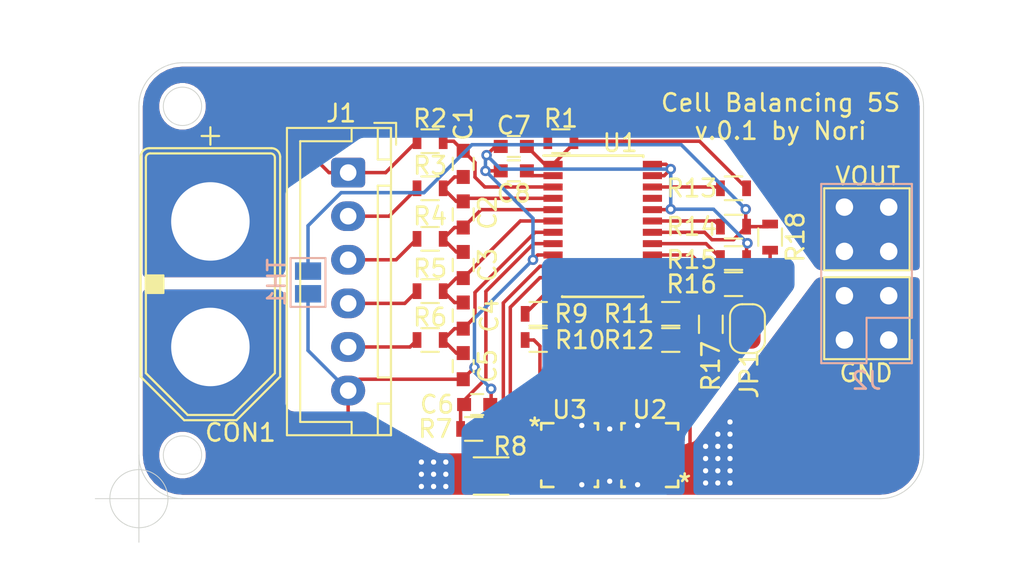
<source format=kicad_pcb>
(kicad_pcb (version 20171130) (host pcbnew "(5.1.10)-1")

  (general
    (thickness 1.6)
    (drawings 26)
    (tracks 206)
    (zones 0)
    (modules 34)
    (nets 29)
  )

  (page A4)
  (layers
    (0 F.Cu signal)
    (31 B.Cu signal)
    (32 B.Adhes user)
    (33 F.Adhes user)
    (34 B.Paste user)
    (35 F.Paste user)
    (36 B.SilkS user)
    (37 F.SilkS user)
    (38 B.Mask user)
    (39 F.Mask user)
    (40 Dwgs.User user)
    (41 Cmts.User user)
    (42 Eco1.User user)
    (43 Eco2.User user)
    (44 Edge.Cuts user)
    (45 Margin user)
    (46 B.CrtYd user)
    (47 F.CrtYd user)
    (48 B.Fab user hide)
    (49 F.Fab user hide)
  )

  (setup
    (last_trace_width 0.2)
    (user_trace_width 0.1524)
    (user_trace_width 0.2)
    (user_trace_width 0.4)
    (user_trace_width 0.5)
    (user_trace_width 1)
    (user_trace_width 1.2)
    (user_trace_width 2)
    (user_trace_width 3)
    (trace_clearance 0.2)
    (zone_clearance 0.2)
    (zone_45_only no)
    (trace_min 0.1524)
    (via_size 0.6)
    (via_drill 0.3)
    (via_min_size 0.4)
    (via_min_drill 0.2)
    (user_via 0.9 0.5)
    (user_via 1.2 0.8)
    (user_via 1.4 0.9)
    (user_via 1.5 1)
    (uvia_size 0.3)
    (uvia_drill 0.1)
    (uvias_allowed no)
    (uvia_min_size 0.2)
    (uvia_min_drill 0.1)
    (edge_width 0.05)
    (segment_width 0.2)
    (pcb_text_width 0.3)
    (pcb_text_size 1.5 1.5)
    (mod_edge_width 0.12)
    (mod_text_size 1 1)
    (mod_text_width 0.15)
    (pad_size 1.524 1.524)
    (pad_drill 0.762)
    (pad_to_mask_clearance 0)
    (aux_axis_origin 111 119)
    (grid_origin 111 119)
    (visible_elements 7FFFFFFF)
    (pcbplotparams
      (layerselection 0x010f0_ffffffff)
      (usegerberextensions true)
      (usegerberattributes false)
      (usegerberadvancedattributes false)
      (creategerberjobfile false)
      (excludeedgelayer true)
      (linewidth 0.152400)
      (plotframeref false)
      (viasonmask false)
      (mode 1)
      (useauxorigin false)
      (hpglpennumber 1)
      (hpglpenspeed 20)
      (hpglpendiameter 15.000000)
      (psnegative false)
      (psa4output false)
      (plotreference true)
      (plotvalue true)
      (plotinvisibletext false)
      (padsonsilk false)
      (subtractmaskfromsilk false)
      (outputformat 1)
      (mirror false)
      (drillshape 0)
      (scaleselection 1)
      (outputdirectory "gerber/"))
  )

  (net 0 "")
  (net 1 "Net-(C1-Pad1)")
  (net 2 "Net-(C1-Pad2)")
  (net 3 "Net-(C2-Pad1)")
  (net 4 "Net-(C3-Pad1)")
  (net 5 "Net-(C4-Pad2)")
  (net 6 GND)
  (net 7 "Net-(C6-Pad2)")
  (net 8 "Net-(C7-Pad2)")
  (net 9 "Net-(C8-Pad2)")
  (net 10 "Net-(CON1-Pad+)")
  (net 11 "Net-(J1-Pad2)")
  (net 12 "Net-(J1-Pad3)")
  (net 13 "Net-(J1-Pad4)")
  (net 14 "Net-(J1-Pad5)")
  (net 15 "Net-(JP1-Pad1)")
  (net 16 "Net-(R10-Pad2)")
  (net 17 "Net-(R10-Pad1)")
  (net 18 "Net-(R9-Pad2)")
  (net 19 "Net-(R11-Pad2)")
  (net 20 "Net-(R11-Pad1)")
  (net 21 "Net-(R13-Pad2)")
  (net 22 "Net-(R14-Pad1)")
  (net 23 "Net-(R14-Pad2)")
  (net 24 "Net-(R15-Pad2)")
  (net 25 "Net-(R16-Pad1)")
  (net 26 "Net-(R17-Pad2)")
  (net 27 "Net-(U2-Pad5)")
  (net 28 GNDPWR)

  (net_class Default "This is the default net class."
    (clearance 0.2)
    (trace_width 0.2)
    (via_dia 0.6)
    (via_drill 0.3)
    (uvia_dia 0.3)
    (uvia_drill 0.1)
    (add_net GND)
    (add_net GNDPWR)
    (add_net "Net-(C1-Pad1)")
    (add_net "Net-(C1-Pad2)")
    (add_net "Net-(C2-Pad1)")
    (add_net "Net-(C3-Pad1)")
    (add_net "Net-(C4-Pad2)")
    (add_net "Net-(C6-Pad2)")
    (add_net "Net-(C7-Pad2)")
    (add_net "Net-(C8-Pad2)")
    (add_net "Net-(CON1-Pad+)")
    (add_net "Net-(J1-Pad2)")
    (add_net "Net-(J1-Pad3)")
    (add_net "Net-(J1-Pad4)")
    (add_net "Net-(J1-Pad5)")
    (add_net "Net-(JP1-Pad1)")
    (add_net "Net-(R10-Pad1)")
    (add_net "Net-(R10-Pad2)")
    (add_net "Net-(R11-Pad1)")
    (add_net "Net-(R11-Pad2)")
    (add_net "Net-(R13-Pad2)")
    (add_net "Net-(R14-Pad1)")
    (add_net "Net-(R14-Pad2)")
    (add_net "Net-(R15-Pad2)")
    (add_net "Net-(R16-Pad1)")
    (add_net "Net-(R17-Pad2)")
    (add_net "Net-(R9-Pad2)")
    (add_net "Net-(U2-Pad5)")
  )

  (module SolderJumper:SolderJumper-2_P1.3mm_Open_Pad1.0x1.5mm (layer B.Cu) (tedit 5A3EABFC) (tstamp 61346566)
    (at 120.7 106.6 270)
    (descr "SMD Solder Jumper, 1x1.5mm Pads, 0.3mm gap, open")
    (tags "solder jumper open")
    (path /5FE9DB5A)
    (attr virtual)
    (fp_text reference TH1 (at 0 1.8 270) (layer B.SilkS)
      (effects (font (size 1 1) (thickness 0.15)) (justify mirror))
    )
    (fp_text value RTH103AT (at 0 -1.9 270) (layer B.Fab)
      (effects (font (size 1 1) (thickness 0.15)) (justify mirror))
    )
    (fp_line (start 1.65 -1.25) (end -1.65 -1.25) (layer B.CrtYd) (width 0.05))
    (fp_line (start 1.65 -1.25) (end 1.65 1.25) (layer B.CrtYd) (width 0.05))
    (fp_line (start -1.65 1.25) (end -1.65 -1.25) (layer B.CrtYd) (width 0.05))
    (fp_line (start -1.65 1.25) (end 1.65 1.25) (layer B.CrtYd) (width 0.05))
    (fp_line (start -1.4 1) (end 1.4 1) (layer B.SilkS) (width 0.12))
    (fp_line (start 1.4 1) (end 1.4 -1) (layer B.SilkS) (width 0.12))
    (fp_line (start 1.4 -1) (end -1.4 -1) (layer B.SilkS) (width 0.12))
    (fp_line (start -1.4 -1) (end -1.4 1) (layer B.SilkS) (width 0.12))
    (pad 1 smd rect (at -0.65 0 270) (size 1 1.5) (layers B.Cu B.Mask)
      (net 22 "Net-(R14-Pad1)"))
    (pad 2 smd rect (at 0.65 0 270) (size 1 1.5) (layers B.Cu B.Mask)
      (net 28 GNDPWR))
  )

  (module Socket_Strips:Socket_Strip_Straight_2x04_Pitch2.54mm (layer B.Cu) (tedit 58CD5448) (tstamp 6134640C)
    (at 154 109.9)
    (descr "Through hole straight socket strip, 2x04, 2.54mm pitch, double rows")
    (tags "Through hole socket strip THT 2x04 2.54mm double row")
    (path /6134BD4A)
    (fp_text reference J2 (at -1.27 2.33) (layer B.SilkS)
      (effects (font (size 1 1) (thickness 0.15)) (justify mirror))
    )
    (fp_text value Conn_02x04_Counter_Clockwise (at -1.27 -9.95) (layer B.Fab)
      (effects (font (size 1 1) (thickness 0.15)) (justify mirror))
    )
    (fp_line (start 1.8 1.8) (end -4.35 1.8) (layer B.CrtYd) (width 0.05))
    (fp_line (start 1.8 -9.4) (end 1.8 1.8) (layer B.CrtYd) (width 0.05))
    (fp_line (start -4.35 -9.4) (end 1.8 -9.4) (layer B.CrtYd) (width 0.05))
    (fp_line (start -4.35 1.8) (end -4.35 -9.4) (layer B.CrtYd) (width 0.05))
    (fp_line (start 1.33 1.33) (end 0.06 1.33) (layer B.SilkS) (width 0.12))
    (fp_line (start 1.33 0) (end 1.33 1.33) (layer B.SilkS) (width 0.12))
    (fp_line (start -1.27 -1.27) (end 1.33 -1.27) (layer B.SilkS) (width 0.12))
    (fp_line (start -1.27 1.33) (end -1.27 -1.27) (layer B.SilkS) (width 0.12))
    (fp_line (start -3.87 1.33) (end -1.27 1.33) (layer B.SilkS) (width 0.12))
    (fp_line (start -3.87 -8.95) (end -3.87 1.33) (layer B.SilkS) (width 0.12))
    (fp_line (start 1.33 -8.95) (end -3.87 -8.95) (layer B.SilkS) (width 0.12))
    (fp_line (start 1.33 -1.27) (end 1.33 -8.95) (layer B.SilkS) (width 0.12))
    (fp_line (start 1.27 1.27) (end -3.81 1.27) (layer B.Fab) (width 0.1))
    (fp_line (start 1.27 -8.89) (end 1.27 1.27) (layer B.Fab) (width 0.1))
    (fp_line (start -3.81 -8.89) (end 1.27 -8.89) (layer B.Fab) (width 0.1))
    (fp_line (start -3.81 1.27) (end -3.81 -8.89) (layer B.Fab) (width 0.1))
    (fp_text user %R (at -1.27 2.33) (layer B.Fab)
      (effects (font (size 1 1) (thickness 0.15)) (justify mirror))
    )
    (pad 8 thru_hole oval (at -2.54 -7.62) (size 1.7 1.7) (drill 1) (layers *.Cu *.Mask)
      (net 10 "Net-(CON1-Pad+)"))
    (pad 7 thru_hole oval (at 0 -7.62) (size 1.7 1.7) (drill 1) (layers *.Cu *.Mask)
      (net 10 "Net-(CON1-Pad+)"))
    (pad 6 thru_hole oval (at -2.54 -5.08) (size 1.7 1.7) (drill 1) (layers *.Cu *.Mask)
      (net 10 "Net-(CON1-Pad+)"))
    (pad 5 thru_hole oval (at 0 -5.08) (size 1.7 1.7) (drill 1) (layers *.Cu *.Mask)
      (net 10 "Net-(CON1-Pad+)"))
    (pad 4 thru_hole oval (at -2.54 -2.54) (size 1.7 1.7) (drill 1) (layers *.Cu *.Mask)
      (net 6 GND))
    (pad 3 thru_hole oval (at 0 -2.54) (size 1.7 1.7) (drill 1) (layers *.Cu *.Mask)
      (net 6 GND))
    (pad 2 thru_hole oval (at -2.54 0) (size 1.7 1.7) (drill 1) (layers *.Cu *.Mask)
      (net 6 GND))
    (pad 1 thru_hole rect (at 0 0) (size 1.7 1.7) (drill 1) (layers *.Cu *.Mask)
      (net 6 GND))
    (model ${KISYS3DMOD}/Socket_Strips.3dshapes/Socket_Strip_Straight_2x04_Pitch2.54mm.wrl
      (offset (xyz -1.269999980926514 -3.809999942779541 0))
      (scale (xyz 1 1 1))
      (rotate (xyz 0 0 270))
    )
    (model ${KISYS3DMOD}/Connector_PinSocket_2.54mm.3dshapes/PinSocket_2x04_P2.54mm_Vertical.step
      (at (xyz 0 0 0))
      (scale (xyz 1 1 1))
      (rotate (xyz 0 0 0))
    )
  )

  (module Housings_SSOP:TSSOP-24_4.4x7.8mm_Pitch0.65mm (layer F.Cu) (tedit 57B061D2) (tstamp 61346591)
    (at 137.6 103.4)
    (descr "TSSOP24: plastic thin shrink small outline package; 24 leads; body width 4.4 mm; (see NXP SSOP-TSSOP-VSO-REFLOW.pdf and sot355-1_po.pdf)")
    (tags "SSOP 0.65")
    (path /5F5DEC84)
    (attr smd)
    (fp_text reference U1 (at 1 -4.8) (layer F.SilkS)
      (effects (font (size 1 1) (thickness 0.15)))
    )
    (fp_text value BQ77915 (at 0 4.95) (layer F.Fab)
      (effects (font (size 1 1) (thickness 0.15)))
    )
    (fp_line (start -2.325 4.025) (end 2.325 4.025) (layer F.SilkS) (width 0.15))
    (fp_line (start -3.4 -4.075) (end 2.325 -4.075) (layer F.SilkS) (width 0.15))
    (fp_line (start -2.325 4.025) (end -2.325 4) (layer F.SilkS) (width 0.15))
    (fp_line (start 2.325 4.025) (end 2.325 4) (layer F.SilkS) (width 0.15))
    (fp_line (start 2.325 -4.025) (end 2.325 -4) (layer F.SilkS) (width 0.15))
    (fp_line (start -3.65 4.2) (end 3.65 4.2) (layer F.CrtYd) (width 0.05))
    (fp_line (start -3.65 -4.2) (end 3.65 -4.2) (layer F.CrtYd) (width 0.05))
    (fp_line (start 3.65 -4.2) (end 3.65 4.2) (layer F.CrtYd) (width 0.05))
    (fp_line (start -3.65 -4.2) (end -3.65 4.2) (layer F.CrtYd) (width 0.05))
    (fp_line (start -2.2 -2.9) (end -1.2 -3.9) (layer F.Fab) (width 0.15))
    (fp_line (start -2.2 3.9) (end -2.2 -2.9) (layer F.Fab) (width 0.15))
    (fp_line (start 2.2 3.9) (end -2.2 3.9) (layer F.Fab) (width 0.15))
    (fp_line (start 2.2 -3.9) (end 2.2 3.9) (layer F.Fab) (width 0.15))
    (fp_line (start -1.2 -3.9) (end 2.2 -3.9) (layer F.Fab) (width 0.15))
    (fp_text user %R (at 0 0) (layer F.Fab)
      (effects (font (size 0.8 0.8) (thickness 0.15)))
    )
    (pad 24 smd rect (at 2.85 -3.575) (size 1.1 0.4) (layers F.Cu F.Paste F.Mask)
      (net 28 GNDPWR))
    (pad 23 smd rect (at 2.85 -2.925) (size 1.1 0.4) (layers F.Cu F.Paste F.Mask)
      (net 28 GNDPWR))
    (pad 22 smd rect (at 2.85 -2.275) (size 1.1 0.4) (layers F.Cu F.Paste F.Mask)
      (net 21 "Net-(R13-Pad2)"))
    (pad 21 smd rect (at 2.85 -1.625) (size 1.1 0.4) (layers F.Cu F.Paste F.Mask))
    (pad 20 smd rect (at 2.85 -0.975) (size 1.1 0.4) (layers F.Cu F.Paste F.Mask)
      (net 28 GNDPWR))
    (pad 19 smd rect (at 2.85 -0.325) (size 1.1 0.4) (layers F.Cu F.Paste F.Mask)
      (net 23 "Net-(R14-Pad2)"))
    (pad 18 smd rect (at 2.85 0.325) (size 1.1 0.4) (layers F.Cu F.Paste F.Mask)
      (net 22 "Net-(R14-Pad1)"))
    (pad 17 smd rect (at 2.85 0.975) (size 1.1 0.4) (layers F.Cu F.Paste F.Mask)
      (net 24 "Net-(R15-Pad2)"))
    (pad 16 smd rect (at 2.85 1.625) (size 1.1 0.4) (layers F.Cu F.Paste F.Mask)
      (net 25 "Net-(R16-Pad1)"))
    (pad 15 smd rect (at 2.85 2.275) (size 1.1 0.4) (layers F.Cu F.Paste F.Mask))
    (pad 14 smd rect (at 2.85 2.925) (size 1.1 0.4) (layers F.Cu F.Paste F.Mask)
      (net 26 "Net-(R17-Pad2)"))
    (pad 13 smd rect (at 2.85 3.575) (size 1.1 0.4) (layers F.Cu F.Paste F.Mask)
      (net 20 "Net-(R11-Pad1)"))
    (pad 12 smd rect (at -2.85 3.575) (size 1.1 0.4) (layers F.Cu F.Paste F.Mask)
      (net 18 "Net-(R9-Pad2)"))
    (pad 11 smd rect (at -2.85 2.925) (size 1.1 0.4) (layers F.Cu F.Paste F.Mask)
      (net 16 "Net-(R10-Pad2)"))
    (pad 10 smd rect (at -2.85 2.275) (size 1.1 0.4) (layers F.Cu F.Paste F.Mask)
      (net 28 GNDPWR))
    (pad 9 smd rect (at -2.85 1.625) (size 1.1 0.4) (layers F.Cu F.Paste F.Mask)
      (net 28 GNDPWR))
    (pad 8 smd rect (at -2.85 0.975) (size 1.1 0.4) (layers F.Cu F.Paste F.Mask)
      (net 7 "Net-(C6-Pad2)"))
    (pad 7 smd rect (at -2.85 0.325) (size 1.1 0.4) (layers F.Cu F.Paste F.Mask)
      (net 5 "Net-(C4-Pad2)"))
    (pad 6 smd rect (at -2.85 -0.325) (size 1.1 0.4) (layers F.Cu F.Paste F.Mask)
      (net 4 "Net-(C3-Pad1)"))
    (pad 5 smd rect (at -2.85 -0.975) (size 1.1 0.4) (layers F.Cu F.Paste F.Mask)
      (net 3 "Net-(C2-Pad1)"))
    (pad 4 smd rect (at -2.85 -1.625) (size 1.1 0.4) (layers F.Cu F.Paste F.Mask)
      (net 1 "Net-(C1-Pad1)"))
    (pad 3 smd rect (at -2.85 -2.275) (size 1.1 0.4) (layers F.Cu F.Paste F.Mask)
      (net 2 "Net-(C1-Pad2)"))
    (pad 2 smd rect (at -2.85 -2.925) (size 1.1 0.4) (layers F.Cu F.Paste F.Mask)
      (net 9 "Net-(C8-Pad2)"))
    (pad 1 smd rect (at -2.85 -3.575) (size 1.1 0.4) (layers F.Cu F.Paste F.Mask)
      (net 8 "Net-(C7-Pad2)"))
    (model ${KISYS3DMOD}/Housings_SSOP.3dshapes/TSSOP-24_4.4x7.8mm_Pitch0.65mm.wrl
      (at (xyz 0 0 0))
      (scale (xyz 1 1 1))
      (rotate (xyz 0 0 0))
    )
    (model ${KISYS3DMOD}/Package_SO.3dshapes/TSSOP-24_4.4x7.8mm_P0.65mm.step
      (at (xyz 0 0 0))
      (scale (xyz 1 1 1))
      (rotate (xyz 0 0 0))
    )
  )

  (module Capacitors_SMD:C_0603 (layer F.Cu) (tedit 59958EE7) (tstamp 61346313)
    (at 129.6 99.8 90)
    (descr "Capacitor SMD 0603, reflow soldering, AVX (see smccp.pdf)")
    (tags "capacitor 0603")
    (path /613607DF)
    (attr smd)
    (fp_text reference C1 (at 2.3 0 90) (layer F.SilkS)
      (effects (font (size 1 1) (thickness 0.15)))
    )
    (fp_text value 0.1u (at 0 1.5 90) (layer F.Fab)
      (effects (font (size 1 1) (thickness 0.15)))
    )
    (fp_line (start -0.8 0.4) (end -0.8 -0.4) (layer F.Fab) (width 0.1))
    (fp_line (start 0.8 0.4) (end -0.8 0.4) (layer F.Fab) (width 0.1))
    (fp_line (start 0.8 -0.4) (end 0.8 0.4) (layer F.Fab) (width 0.1))
    (fp_line (start -0.8 -0.4) (end 0.8 -0.4) (layer F.Fab) (width 0.1))
    (fp_line (start -0.35 -0.6) (end 0.35 -0.6) (layer F.SilkS) (width 0.12))
    (fp_line (start 0.35 0.6) (end -0.35 0.6) (layer F.SilkS) (width 0.12))
    (fp_line (start -1.4 -0.65) (end 1.4 -0.65) (layer F.CrtYd) (width 0.05))
    (fp_line (start -1.4 -0.65) (end -1.4 0.65) (layer F.CrtYd) (width 0.05))
    (fp_line (start 1.4 0.65) (end 1.4 -0.65) (layer F.CrtYd) (width 0.05))
    (fp_line (start 1.4 0.65) (end -1.4 0.65) (layer F.CrtYd) (width 0.05))
    (fp_text user %R (at 0 0 90) (layer F.Fab)
      (effects (font (size 0.3 0.3) (thickness 0.075)))
    )
    (pad 1 smd rect (at -0.75 0 90) (size 0.8 0.75) (layers F.Cu F.Paste F.Mask)
      (net 1 "Net-(C1-Pad1)"))
    (pad 2 smd rect (at 0.75 0 90) (size 0.8 0.75) (layers F.Cu F.Paste F.Mask)
      (net 2 "Net-(C1-Pad2)"))
    (model Capacitors_SMD.3dshapes/C_0603.wrl
      (at (xyz 0 0 0))
      (scale (xyz 1 1 1))
      (rotate (xyz 0 0 0))
    )
  )

  (module Capacitors_SMD:C_0603 (layer F.Cu) (tedit 59958EE7) (tstamp 61346324)
    (at 129.6 102.7 90)
    (descr "Capacitor SMD 0603, reflow soldering, AVX (see smccp.pdf)")
    (tags "capacitor 0603")
    (path /61351BE9)
    (attr smd)
    (fp_text reference C2 (at 0.1 1.4 90) (layer F.SilkS)
      (effects (font (size 1 1) (thickness 0.15)))
    )
    (fp_text value 0.1u (at 0 1.5 90) (layer F.Fab)
      (effects (font (size 1 1) (thickness 0.15)))
    )
    (fp_line (start -0.8 0.4) (end -0.8 -0.4) (layer F.Fab) (width 0.1))
    (fp_line (start 0.8 0.4) (end -0.8 0.4) (layer F.Fab) (width 0.1))
    (fp_line (start 0.8 -0.4) (end 0.8 0.4) (layer F.Fab) (width 0.1))
    (fp_line (start -0.8 -0.4) (end 0.8 -0.4) (layer F.Fab) (width 0.1))
    (fp_line (start -0.35 -0.6) (end 0.35 -0.6) (layer F.SilkS) (width 0.12))
    (fp_line (start 0.35 0.6) (end -0.35 0.6) (layer F.SilkS) (width 0.12))
    (fp_line (start -1.4 -0.65) (end 1.4 -0.65) (layer F.CrtYd) (width 0.05))
    (fp_line (start -1.4 -0.65) (end -1.4 0.65) (layer F.CrtYd) (width 0.05))
    (fp_line (start 1.4 0.65) (end 1.4 -0.65) (layer F.CrtYd) (width 0.05))
    (fp_line (start 1.4 0.65) (end -1.4 0.65) (layer F.CrtYd) (width 0.05))
    (fp_text user %R (at 0 0 90) (layer F.Fab)
      (effects (font (size 0.3 0.3) (thickness 0.075)))
    )
    (pad 1 smd rect (at -0.75 0 90) (size 0.8 0.75) (layers F.Cu F.Paste F.Mask)
      (net 3 "Net-(C2-Pad1)"))
    (pad 2 smd rect (at 0.75 0 90) (size 0.8 0.75) (layers F.Cu F.Paste F.Mask)
      (net 1 "Net-(C1-Pad1)"))
    (model Capacitors_SMD.3dshapes/C_0603.wrl
      (at (xyz 0 0 0))
      (scale (xyz 1 1 1))
      (rotate (xyz 0 0 0))
    )
  )

  (module Capacitors_SMD:C_0603 (layer F.Cu) (tedit 59958EE7) (tstamp 61346335)
    (at 129.6 105.6 90)
    (descr "Capacitor SMD 0603, reflow soldering, AVX (see smccp.pdf)")
    (tags "capacitor 0603")
    (path /5F5E8FB3)
    (attr smd)
    (fp_text reference C3 (at 0 1.4 90) (layer F.SilkS)
      (effects (font (size 1 1) (thickness 0.15)))
    )
    (fp_text value 0.1u (at 0 1.5 90) (layer F.Fab)
      (effects (font (size 1 1) (thickness 0.15)))
    )
    (fp_line (start 1.4 0.65) (end -1.4 0.65) (layer F.CrtYd) (width 0.05))
    (fp_line (start 1.4 0.65) (end 1.4 -0.65) (layer F.CrtYd) (width 0.05))
    (fp_line (start -1.4 -0.65) (end -1.4 0.65) (layer F.CrtYd) (width 0.05))
    (fp_line (start -1.4 -0.65) (end 1.4 -0.65) (layer F.CrtYd) (width 0.05))
    (fp_line (start 0.35 0.6) (end -0.35 0.6) (layer F.SilkS) (width 0.12))
    (fp_line (start -0.35 -0.6) (end 0.35 -0.6) (layer F.SilkS) (width 0.12))
    (fp_line (start -0.8 -0.4) (end 0.8 -0.4) (layer F.Fab) (width 0.1))
    (fp_line (start 0.8 -0.4) (end 0.8 0.4) (layer F.Fab) (width 0.1))
    (fp_line (start 0.8 0.4) (end -0.8 0.4) (layer F.Fab) (width 0.1))
    (fp_line (start -0.8 0.4) (end -0.8 -0.4) (layer F.Fab) (width 0.1))
    (fp_text user %R (at 0 0 90) (layer F.Fab)
      (effects (font (size 0.3 0.3) (thickness 0.075)))
    )
    (pad 2 smd rect (at 0.75 0 90) (size 0.8 0.75) (layers F.Cu F.Paste F.Mask)
      (net 3 "Net-(C2-Pad1)"))
    (pad 1 smd rect (at -0.75 0 90) (size 0.8 0.75) (layers F.Cu F.Paste F.Mask)
      (net 4 "Net-(C3-Pad1)"))
    (model Capacitors_SMD.3dshapes/C_0603.wrl
      (at (xyz 0 0 0))
      (scale (xyz 1 1 1))
      (rotate (xyz 0 0 0))
    )
  )

  (module Capacitors_SMD:C_0603 (layer F.Cu) (tedit 59958EE7) (tstamp 61346346)
    (at 129.6 108.5 270)
    (descr "Capacitor SMD 0603, reflow soldering, AVX (see smccp.pdf)")
    (tags "capacitor 0603")
    (path /5F5E92B4)
    (attr smd)
    (fp_text reference C4 (at 0 -1.5 90) (layer F.SilkS)
      (effects (font (size 1 1) (thickness 0.15)))
    )
    (fp_text value 0.1u (at 0 1.5 90) (layer F.Fab)
      (effects (font (size 1 1) (thickness 0.15)))
    )
    (fp_line (start 1.4 0.65) (end -1.4 0.65) (layer F.CrtYd) (width 0.05))
    (fp_line (start 1.4 0.65) (end 1.4 -0.65) (layer F.CrtYd) (width 0.05))
    (fp_line (start -1.4 -0.65) (end -1.4 0.65) (layer F.CrtYd) (width 0.05))
    (fp_line (start -1.4 -0.65) (end 1.4 -0.65) (layer F.CrtYd) (width 0.05))
    (fp_line (start 0.35 0.6) (end -0.35 0.6) (layer F.SilkS) (width 0.12))
    (fp_line (start -0.35 -0.6) (end 0.35 -0.6) (layer F.SilkS) (width 0.12))
    (fp_line (start -0.8 -0.4) (end 0.8 -0.4) (layer F.Fab) (width 0.1))
    (fp_line (start 0.8 -0.4) (end 0.8 0.4) (layer F.Fab) (width 0.1))
    (fp_line (start 0.8 0.4) (end -0.8 0.4) (layer F.Fab) (width 0.1))
    (fp_line (start -0.8 0.4) (end -0.8 -0.4) (layer F.Fab) (width 0.1))
    (fp_text user %R (at 0 0 90) (layer F.Fab)
      (effects (font (size 0.3 0.3) (thickness 0.075)))
    )
    (pad 2 smd rect (at 0.75 0 270) (size 0.8 0.75) (layers F.Cu F.Paste F.Mask)
      (net 5 "Net-(C4-Pad2)"))
    (pad 1 smd rect (at -0.75 0 270) (size 0.8 0.75) (layers F.Cu F.Paste F.Mask)
      (net 4 "Net-(C3-Pad1)"))
    (model Capacitors_SMD.3dshapes/C_0603.wrl
      (at (xyz 0 0 0))
      (scale (xyz 1 1 1))
      (rotate (xyz 0 0 0))
    )
  )

  (module Capacitors_SMD:C_0603 (layer F.Cu) (tedit 59958EE7) (tstamp 61346357)
    (at 129.6 111.4 90)
    (descr "Capacitor SMD 0603, reflow soldering, AVX (see smccp.pdf)")
    (tags "capacitor 0603")
    (path /5F5E9680)
    (attr smd)
    (fp_text reference C5 (at 0 1.4 90) (layer F.SilkS)
      (effects (font (size 1 1) (thickness 0.15)))
    )
    (fp_text value 0.1u (at 0 1.5 90) (layer F.Fab)
      (effects (font (size 1 1) (thickness 0.15)))
    )
    (fp_line (start 1.4 0.65) (end -1.4 0.65) (layer F.CrtYd) (width 0.05))
    (fp_line (start 1.4 0.65) (end 1.4 -0.65) (layer F.CrtYd) (width 0.05))
    (fp_line (start -1.4 -0.65) (end -1.4 0.65) (layer F.CrtYd) (width 0.05))
    (fp_line (start -1.4 -0.65) (end 1.4 -0.65) (layer F.CrtYd) (width 0.05))
    (fp_line (start 0.35 0.6) (end -0.35 0.6) (layer F.SilkS) (width 0.12))
    (fp_line (start -0.35 -0.6) (end 0.35 -0.6) (layer F.SilkS) (width 0.12))
    (fp_line (start -0.8 -0.4) (end 0.8 -0.4) (layer F.Fab) (width 0.1))
    (fp_line (start 0.8 -0.4) (end 0.8 0.4) (layer F.Fab) (width 0.1))
    (fp_line (start 0.8 0.4) (end -0.8 0.4) (layer F.Fab) (width 0.1))
    (fp_line (start -0.8 0.4) (end -0.8 -0.4) (layer F.Fab) (width 0.1))
    (fp_text user %R (at 0 0 90) (layer F.Fab)
      (effects (font (size 0.3 0.3) (thickness 0.075)))
    )
    (pad 2 smd rect (at 0.75 0 90) (size 0.8 0.75) (layers F.Cu F.Paste F.Mask)
      (net 5 "Net-(C4-Pad2)"))
    (pad 1 smd rect (at -0.75 0 90) (size 0.8 0.75) (layers F.Cu F.Paste F.Mask)
      (net 28 GNDPWR))
    (model Capacitors_SMD.3dshapes/C_0603.wrl
      (at (xyz 0 0 0))
      (scale (xyz 1 1 1))
      (rotate (xyz 0 0 0))
    )
  )

  (module Capacitors_SMD:C_0603 (layer F.Cu) (tedit 59958EE7) (tstamp 61346368)
    (at 130.4 113.6 180)
    (descr "Capacitor SMD 0603, reflow soldering, AVX (see smccp.pdf)")
    (tags "capacitor 0603")
    (path /5F5EA302)
    (attr smd)
    (fp_text reference C6 (at 2.3 0) (layer F.SilkS)
      (effects (font (size 1 1) (thickness 0.15)))
    )
    (fp_text value 0.1u (at 0 1.5) (layer F.Fab)
      (effects (font (size 1 1) (thickness 0.15)))
    )
    (fp_line (start -0.8 0.4) (end -0.8 -0.4) (layer F.Fab) (width 0.1))
    (fp_line (start 0.8 0.4) (end -0.8 0.4) (layer F.Fab) (width 0.1))
    (fp_line (start 0.8 -0.4) (end 0.8 0.4) (layer F.Fab) (width 0.1))
    (fp_line (start -0.8 -0.4) (end 0.8 -0.4) (layer F.Fab) (width 0.1))
    (fp_line (start -0.35 -0.6) (end 0.35 -0.6) (layer F.SilkS) (width 0.12))
    (fp_line (start 0.35 0.6) (end -0.35 0.6) (layer F.SilkS) (width 0.12))
    (fp_line (start -1.4 -0.65) (end 1.4 -0.65) (layer F.CrtYd) (width 0.05))
    (fp_line (start -1.4 -0.65) (end -1.4 0.65) (layer F.CrtYd) (width 0.05))
    (fp_line (start 1.4 0.65) (end 1.4 -0.65) (layer F.CrtYd) (width 0.05))
    (fp_line (start 1.4 0.65) (end -1.4 0.65) (layer F.CrtYd) (width 0.05))
    (fp_text user %R (at 0 0) (layer F.Fab)
      (effects (font (size 0.3 0.3) (thickness 0.075)))
    )
    (pad 1 smd rect (at -0.75 0 180) (size 0.8 0.75) (layers F.Cu F.Paste F.Mask)
      (net 28 GNDPWR))
    (pad 2 smd rect (at 0.75 0 180) (size 0.8 0.75) (layers F.Cu F.Paste F.Mask)
      (net 7 "Net-(C6-Pad2)"))
    (model Capacitors_SMD.3dshapes/C_0603.wrl
      (at (xyz 0 0 0))
      (scale (xyz 1 1 1))
      (rotate (xyz 0 0 0))
    )
  )

  (module Capacitors_SMD:C_0603 (layer F.Cu) (tedit 59958EE7) (tstamp 61346379)
    (at 132.5 98.8)
    (descr "Capacitor SMD 0603, reflow soldering, AVX (see smccp.pdf)")
    (tags "capacitor 0603")
    (path /5F5E7D10)
    (attr smd)
    (fp_text reference C7 (at 0 -1.2) (layer F.SilkS)
      (effects (font (size 1 1) (thickness 0.15)))
    )
    (fp_text value "1u 50V" (at 0 1.5) (layer F.Fab)
      (effects (font (size 1 1) (thickness 0.15)))
    )
    (fp_line (start 1.4 0.65) (end -1.4 0.65) (layer F.CrtYd) (width 0.05))
    (fp_line (start 1.4 0.65) (end 1.4 -0.65) (layer F.CrtYd) (width 0.05))
    (fp_line (start -1.4 -0.65) (end -1.4 0.65) (layer F.CrtYd) (width 0.05))
    (fp_line (start -1.4 -0.65) (end 1.4 -0.65) (layer F.CrtYd) (width 0.05))
    (fp_line (start 0.35 0.6) (end -0.35 0.6) (layer F.SilkS) (width 0.12))
    (fp_line (start -0.35 -0.6) (end 0.35 -0.6) (layer F.SilkS) (width 0.12))
    (fp_line (start -0.8 -0.4) (end 0.8 -0.4) (layer F.Fab) (width 0.1))
    (fp_line (start 0.8 -0.4) (end 0.8 0.4) (layer F.Fab) (width 0.1))
    (fp_line (start 0.8 0.4) (end -0.8 0.4) (layer F.Fab) (width 0.1))
    (fp_line (start -0.8 0.4) (end -0.8 -0.4) (layer F.Fab) (width 0.1))
    (fp_text user %R (at 0 0) (layer F.Fab)
      (effects (font (size 0.3 0.3) (thickness 0.075)))
    )
    (pad 2 smd rect (at 0.75 0) (size 0.8 0.75) (layers F.Cu F.Paste F.Mask)
      (net 8 "Net-(C7-Pad2)"))
    (pad 1 smd rect (at -0.75 0) (size 0.8 0.75) (layers F.Cu F.Paste F.Mask)
      (net 28 GNDPWR))
    (model Capacitors_SMD.3dshapes/C_0603.wrl
      (at (xyz 0 0 0))
      (scale (xyz 1 1 1))
      (rotate (xyz 0 0 0))
    )
  )

  (module Capacitors_SMD:C_0603 (layer F.Cu) (tedit 59958EE7) (tstamp 6134638A)
    (at 132.5 100.2)
    (descr "Capacitor SMD 0603, reflow soldering, AVX (see smccp.pdf)")
    (tags "capacitor 0603")
    (path /5F5E8DAE)
    (attr smd)
    (fp_text reference C8 (at 0 1.3) (layer F.SilkS)
      (effects (font (size 1 1) (thickness 0.15)))
    )
    (fp_text value 1u (at 0 1.5) (layer F.Fab)
      (effects (font (size 1 1) (thickness 0.15)))
    )
    (fp_line (start -0.8 0.4) (end -0.8 -0.4) (layer F.Fab) (width 0.1))
    (fp_line (start 0.8 0.4) (end -0.8 0.4) (layer F.Fab) (width 0.1))
    (fp_line (start 0.8 -0.4) (end 0.8 0.4) (layer F.Fab) (width 0.1))
    (fp_line (start -0.8 -0.4) (end 0.8 -0.4) (layer F.Fab) (width 0.1))
    (fp_line (start -0.35 -0.6) (end 0.35 -0.6) (layer F.SilkS) (width 0.12))
    (fp_line (start 0.35 0.6) (end -0.35 0.6) (layer F.SilkS) (width 0.12))
    (fp_line (start -1.4 -0.65) (end 1.4 -0.65) (layer F.CrtYd) (width 0.05))
    (fp_line (start -1.4 -0.65) (end -1.4 0.65) (layer F.CrtYd) (width 0.05))
    (fp_line (start 1.4 0.65) (end 1.4 -0.65) (layer F.CrtYd) (width 0.05))
    (fp_line (start 1.4 0.65) (end -1.4 0.65) (layer F.CrtYd) (width 0.05))
    (fp_text user %R (at 0 0) (layer F.Fab)
      (effects (font (size 0.3 0.3) (thickness 0.075)))
    )
    (pad 1 smd rect (at -0.75 0) (size 0.8 0.75) (layers F.Cu F.Paste F.Mask)
      (net 28 GNDPWR))
    (pad 2 smd rect (at 0.75 0) (size 0.8 0.75) (layers F.Cu F.Paste F.Mask)
      (net 9 "Net-(C8-Pad2)"))
    (model Capacitors_SMD.3dshapes/C_0603.wrl
      (at (xyz 0 0 0))
      (scale (xyz 1 1 1))
      (rotate (xyz 0 0 0))
    )
  )

  (module XTconnector:XT60PB-M (layer F.Cu) (tedit 0) (tstamp 613463C2)
    (at 115.1 106.7 90)
    (descr "AMASS XT60PB male type connector")
    (path /5FF01ADC)
    (fp_text reference CON1 (at -9.1 -0.4 180) (layer F.SilkS)
      (effects (font (size 1 1) (thickness 0.15)) (justify left bottom))
    )
    (fp_text value XT60PB-M (at -4.5 -4.3 90) (layer F.Fab)
      (effects (font (size 1.6891 1.6891) (thickness 0.135128)) (justify left bottom))
    )
    (fp_line (start 7.8 -3.5) (end 7.8 3.5) (layer F.SilkS) (width 0.127))
    (fp_line (start 7.3 4) (end -5.3 4) (layer F.SilkS) (width 0.127))
    (fp_line (start -5.3 4) (end -7.8 1.5) (layer F.SilkS) (width 0.127))
    (fp_line (start -7.8 1.5) (end -7.8 -1.5) (layer F.SilkS) (width 0.127))
    (fp_line (start -7.8 -1.5) (end -5.3 -4) (layer F.SilkS) (width 0.127))
    (fp_line (start -5.3 -4) (end 7.3 -4) (layer F.SilkS) (width 0.127))
    (fp_line (start -7.5 -1.3) (end -7.5 1.3) (layer F.SilkS) (width 0.127))
    (fp_line (start -7.5 1.3) (end -5.1 3.7) (layer F.SilkS) (width 0.127))
    (fp_line (start -5.1 3.7) (end 7.25 3.7) (layer F.SilkS) (width 0.127))
    (fp_line (start 7.5 3.45) (end 7.5 -3.45) (layer F.SilkS) (width 0.127))
    (fp_line (start 7.25 -3.7) (end 0.5 -3.7) (layer F.SilkS) (width 0.127))
    (fp_line (start 0.5 -3.7) (end 0.4 -3.7) (layer F.SilkS) (width 0.127))
    (fp_line (start 0.4 -3.7) (end 0.3 -3.7) (layer F.SilkS) (width 0.127))
    (fp_line (start 0.3 -3.7) (end 0.2 -3.7) (layer F.SilkS) (width 0.127))
    (fp_line (start 0.2 -3.7) (end 0.1 -3.7) (layer F.SilkS) (width 0.127))
    (fp_line (start 0.1 -3.7) (end 0 -3.7) (layer F.SilkS) (width 0.127))
    (fp_line (start 0 -3.7) (end -0.1 -3.7) (layer F.SilkS) (width 0.127))
    (fp_line (start -0.1 -3.7) (end -0.2 -3.7) (layer F.SilkS) (width 0.127))
    (fp_line (start -0.2 -3.7) (end -0.3 -3.7) (layer F.SilkS) (width 0.127))
    (fp_line (start -0.3 -3.7) (end -0.4 -3.7) (layer F.SilkS) (width 0.127))
    (fp_line (start -0.4 -3.7) (end -0.5 -3.7) (layer F.SilkS) (width 0.127))
    (fp_line (start -0.5 -3.7) (end -5.1 -3.7) (layer F.SilkS) (width 0.127))
    (fp_line (start -5.1 -3.7) (end -7.5 -1.3) (layer F.SilkS) (width 0.127))
    (fp_line (start -0.5 -2.7) (end -0.4 -2.7) (layer F.SilkS) (width 0.127))
    (fp_line (start -0.4 -2.7) (end -0.3 -2.7) (layer F.SilkS) (width 0.127))
    (fp_line (start -0.3 -2.7) (end -0.2 -2.7) (layer F.SilkS) (width 0.127))
    (fp_line (start -0.2 -2.7) (end -0.1 -2.7) (layer F.SilkS) (width 0.127))
    (fp_line (start -0.1 -2.7) (end 0 -2.7) (layer F.SilkS) (width 0.127))
    (fp_line (start 0 -2.7) (end 0.1 -2.7) (layer F.SilkS) (width 0.127))
    (fp_line (start 0.1 -2.7) (end 0.2 -2.7) (layer F.SilkS) (width 0.127))
    (fp_line (start 0.2 -2.7) (end 0.3 -2.7) (layer F.SilkS) (width 0.127))
    (fp_line (start 0.3 -2.7) (end 0.4 -2.7) (layer F.SilkS) (width 0.127))
    (fp_line (start 0.4 -2.7) (end 0.5 -2.7) (layer F.SilkS) (width 0.127))
    (fp_line (start -0.5 -2.7) (end -0.5 -3.7) (layer F.SilkS) (width 0.127))
    (fp_line (start 0.5 -2.7) (end 0.5 -3.7) (layer F.SilkS) (width 0.127))
    (fp_line (start 0 -2.7) (end 0 -3.7) (layer F.SilkS) (width 0.127))
    (fp_line (start -0.1 -2.7) (end -0.1 -3.7) (layer F.SilkS) (width 0.127))
    (fp_line (start -0.2 -2.7) (end -0.2 -3.7) (layer F.SilkS) (width 0.127))
    (fp_line (start -0.3 -2.7) (end -0.3 -3.7) (layer F.SilkS) (width 0.127))
    (fp_line (start -0.4 -2.7) (end -0.4 -3.7) (layer F.SilkS) (width 0.127))
    (fp_line (start 0.1 -2.7) (end 0.1 -3.7) (layer F.SilkS) (width 0.127))
    (fp_line (start 0.2 -2.7) (end 0.2 -3.7) (layer F.SilkS) (width 0.127))
    (fp_line (start 0.3 -2.7) (end 0.3 -3.7) (layer F.SilkS) (width 0.127))
    (fp_line (start 0.4 -2.7) (end 0.4 -3.7) (layer F.SilkS) (width 0.127))
    (fp_line (start 8 0) (end 9 0) (layer F.SilkS) (width 0.127))
    (fp_line (start 8.5 -0.5) (end 8.5 0.5) (layer F.SilkS) (width 0.127))
    (fp_arc (start 7.3 3.5) (end 7.8 3.5) (angle 90) (layer F.SilkS) (width 0.127))
    (fp_arc (start 7.3 -3.5) (end 7.3 -4) (angle 90) (layer F.SilkS) (width 0.127))
    (fp_arc (start 7.25 3.45) (end 7.25 3.7) (angle -90) (layer F.SilkS) (width 0.127))
    (fp_arc (start 7.25 -3.45) (end 7.5 -3.45) (angle -90) (layer F.SilkS) (width 0.127))
    (pad - thru_hole circle (at -3.6 0 90) (size 5.516 5.516) (drill 4.5) (layers *.Cu *.Mask)
      (net 28 GNDPWR) (solder_mask_margin 0.1016))
    (pad + thru_hole circle (at 3.6 0 90) (size 5.516 5.516) (drill 4.5) (layers *.Cu *.Mask)
      (net 10 "Net-(CON1-Pad+)") (solder_mask_margin 0.1016))
    (model ${KISYS3DMOD}/Connector_AMASS.3dshapes/AMASS_XT60-M_1x02_P7.2mm_Vertical.step
      (offset (xyz -3.5 0 0))
      (scale (xyz 1 1 1))
      (rotate (xyz 0 0 0))
    )
  )

  (module Connectors_JST:JST_XH_B6B-XH-A_1x06_P2.50mm_Vertical (layer F.Cu) (tedit 5C28146C) (tstamp 613463EF)
    (at 123 100.3 270)
    (descr "JST XH series connector, B6B-XH-A (http://www.jst-mfg.com/product/pdf/eng/eXH.pdf), generated with kicad-footprint-generator")
    (tags "connector JST XH vertical")
    (path /5F65A0FB)
    (fp_text reference J1 (at -3.4 0.4 180) (layer F.SilkS)
      (effects (font (size 1 1) (thickness 0.15)))
    )
    (fp_text value "B6B-XH-A(LF)(SN)" (at 6.25 4.6 90) (layer F.Fab)
      (effects (font (size 1 1) (thickness 0.15)))
    )
    (fp_line (start -2.45 -2.35) (end -2.45 3.4) (layer F.Fab) (width 0.1))
    (fp_line (start -2.45 3.4) (end 14.95 3.4) (layer F.Fab) (width 0.1))
    (fp_line (start 14.95 3.4) (end 14.95 -2.35) (layer F.Fab) (width 0.1))
    (fp_line (start 14.95 -2.35) (end -2.45 -2.35) (layer F.Fab) (width 0.1))
    (fp_line (start -2.56 -2.46) (end -2.56 3.51) (layer F.SilkS) (width 0.12))
    (fp_line (start -2.56 3.51) (end 15.06 3.51) (layer F.SilkS) (width 0.12))
    (fp_line (start 15.06 3.51) (end 15.06 -2.46) (layer F.SilkS) (width 0.12))
    (fp_line (start 15.06 -2.46) (end -2.56 -2.46) (layer F.SilkS) (width 0.12))
    (fp_line (start -2.95 -2.85) (end -2.95 3.9) (layer F.CrtYd) (width 0.05))
    (fp_line (start -2.95 3.9) (end 15.45 3.9) (layer F.CrtYd) (width 0.05))
    (fp_line (start 15.45 3.9) (end 15.45 -2.85) (layer F.CrtYd) (width 0.05))
    (fp_line (start 15.45 -2.85) (end -2.95 -2.85) (layer F.CrtYd) (width 0.05))
    (fp_line (start -0.625 -2.35) (end 0 -1.35) (layer F.Fab) (width 0.1))
    (fp_line (start 0 -1.35) (end 0.625 -2.35) (layer F.Fab) (width 0.1))
    (fp_line (start 0.75 -2.45) (end 0.75 -1.7) (layer F.SilkS) (width 0.12))
    (fp_line (start 0.75 -1.7) (end 11.75 -1.7) (layer F.SilkS) (width 0.12))
    (fp_line (start 11.75 -1.7) (end 11.75 -2.45) (layer F.SilkS) (width 0.12))
    (fp_line (start 11.75 -2.45) (end 0.75 -2.45) (layer F.SilkS) (width 0.12))
    (fp_line (start -2.55 -2.45) (end -2.55 -1.7) (layer F.SilkS) (width 0.12))
    (fp_line (start -2.55 -1.7) (end -0.75 -1.7) (layer F.SilkS) (width 0.12))
    (fp_line (start -0.75 -1.7) (end -0.75 -2.45) (layer F.SilkS) (width 0.12))
    (fp_line (start -0.75 -2.45) (end -2.55 -2.45) (layer F.SilkS) (width 0.12))
    (fp_line (start 13.25 -2.45) (end 13.25 -1.7) (layer F.SilkS) (width 0.12))
    (fp_line (start 13.25 -1.7) (end 15.05 -1.7) (layer F.SilkS) (width 0.12))
    (fp_line (start 15.05 -1.7) (end 15.05 -2.45) (layer F.SilkS) (width 0.12))
    (fp_line (start 15.05 -2.45) (end 13.25 -2.45) (layer F.SilkS) (width 0.12))
    (fp_line (start -2.55 -0.2) (end -1.8 -0.2) (layer F.SilkS) (width 0.12))
    (fp_line (start -1.8 -0.2) (end -1.8 2.75) (layer F.SilkS) (width 0.12))
    (fp_line (start -1.8 2.75) (end 6.25 2.75) (layer F.SilkS) (width 0.12))
    (fp_line (start 15.05 -0.2) (end 14.3 -0.2) (layer F.SilkS) (width 0.12))
    (fp_line (start 14.3 -0.2) (end 14.3 2.75) (layer F.SilkS) (width 0.12))
    (fp_line (start 14.3 2.75) (end 6.25 2.75) (layer F.SilkS) (width 0.12))
    (fp_line (start -1.6 -2.75) (end -2.85 -2.75) (layer F.SilkS) (width 0.12))
    (fp_line (start -2.85 -2.75) (end -2.85 -1.5) (layer F.SilkS) (width 0.12))
    (fp_text user %R (at 6.25 2.7 90) (layer F.Fab)
      (effects (font (size 1 1) (thickness 0.15)))
    )
    (pad 1 thru_hole roundrect (at 0 0 270) (size 1.7 1.95) (drill 0.95) (layers *.Cu *.Mask) (roundrect_rratio 0.1470588235294118)
      (net 10 "Net-(CON1-Pad+)"))
    (pad 2 thru_hole oval (at 2.5 0 270) (size 1.7 1.95) (drill 0.95) (layers *.Cu *.Mask)
      (net 11 "Net-(J1-Pad2)"))
    (pad 3 thru_hole oval (at 5 0 270) (size 1.7 1.95) (drill 0.95) (layers *.Cu *.Mask)
      (net 12 "Net-(J1-Pad3)"))
    (pad 4 thru_hole oval (at 7.5 0 270) (size 1.7 1.95) (drill 0.95) (layers *.Cu *.Mask)
      (net 13 "Net-(J1-Pad4)"))
    (pad 5 thru_hole oval (at 10 0 270) (size 1.7 1.95) (drill 0.95) (layers *.Cu *.Mask)
      (net 14 "Net-(J1-Pad5)"))
    (pad 6 thru_hole oval (at 12.5 0 270) (size 1.7 1.95) (drill 0.95) (layers *.Cu *.Mask)
      (net 28 GNDPWR))
    (model ${KISYS3DMOD}/Connector_JST.3dshapes/JST_XH_B6B-XH-A_1x06_P2.50mm_Vertical.wrl
      (at (xyz 0 0 0))
      (scale (xyz 1 1 1))
      (rotate (xyz 0 0 0))
    )
  )

  (module SolderJumper:SolderJumper-2_P1.3mm_Open_RoundedPad1.0x1.5mm (layer F.Cu) (tedit 5B391E66) (tstamp 6134641E)
    (at 145.9 109.25 270)
    (descr "SMD Solder Jumper, 1x1.5mm, rounded Pads, 0.3mm gap, open")
    (tags "solder jumper open")
    (path /5FF6130D)
    (attr virtual)
    (fp_text reference JP1 (at 2.65 -0.1 90) (layer F.SilkS)
      (effects (font (size 1 1) (thickness 0.15)))
    )
    (fp_text value SolderJumper_2_Open (at 0 1.9 90) (layer F.Fab)
      (effects (font (size 1 1) (thickness 0.15)))
    )
    (fp_line (start -1.4 0.3) (end -1.4 -0.3) (layer F.SilkS) (width 0.12))
    (fp_line (start 0.7 1) (end -0.7 1) (layer F.SilkS) (width 0.12))
    (fp_line (start 1.4 -0.3) (end 1.4 0.3) (layer F.SilkS) (width 0.12))
    (fp_line (start -0.7 -1) (end 0.7 -1) (layer F.SilkS) (width 0.12))
    (fp_line (start -1.65 -1.25) (end 1.65 -1.25) (layer F.CrtYd) (width 0.05))
    (fp_line (start -1.65 -1.25) (end -1.65 1.25) (layer F.CrtYd) (width 0.05))
    (fp_line (start 1.65 1.25) (end 1.65 -1.25) (layer F.CrtYd) (width 0.05))
    (fp_line (start 1.65 1.25) (end -1.65 1.25) (layer F.CrtYd) (width 0.05))
    (fp_arc (start 0.7 -0.3) (end 1.4 -0.3) (angle -90) (layer F.SilkS) (width 0.12))
    (fp_arc (start 0.7 0.3) (end 0.7 1) (angle -90) (layer F.SilkS) (width 0.12))
    (fp_arc (start -0.7 0.3) (end -1.4 0.3) (angle -90) (layer F.SilkS) (width 0.12))
    (fp_arc (start -0.7 -0.3) (end -0.7 -1) (angle -90) (layer F.SilkS) (width 0.12))
    (pad 1 smd custom (at -0.65 0 270) (size 1 0.5) (layers F.Cu F.Mask)
      (net 15 "Net-(JP1-Pad1)") (zone_connect 2)
      (options (clearance outline) (anchor rect))
      (primitives
        (gr_circle (center 0 0.25) (end 0.5 0.25) (width 0))
        (gr_circle (center 0 -0.25) (end 0.5 -0.25) (width 0))
        (gr_poly (pts
           (xy 0 -0.75) (xy 0.5 -0.75) (xy 0.5 0.75) (xy 0 0.75)) (width 0))
      ))
    (pad 2 smd custom (at 0.65 0 270) (size 1 0.5) (layers F.Cu F.Mask)
      (net 28 GNDPWR) (zone_connect 2)
      (options (clearance outline) (anchor rect))
      (primitives
        (gr_circle (center 0 0.25) (end 0.5 0.25) (width 0))
        (gr_circle (center 0 -0.25) (end 0.5 -0.25) (width 0))
        (gr_poly (pts
           (xy 0 -0.75) (xy -0.5 -0.75) (xy -0.5 0.75) (xy 0 0.75)) (width 0))
      ))
  )

  (module Resistors_SMD:R_0603 (layer F.Cu) (tedit 58E0A804) (tstamp 6134642F)
    (at 135.2 98.5 180)
    (descr "Resistor SMD 0603, reflow soldering, Vishay (see dcrcw.pdf)")
    (tags "resistor 0603")
    (path /5F5E3C3C)
    (attr smd)
    (fp_text reference R1 (at 0 1.3) (layer F.SilkS)
      (effects (font (size 1 1) (thickness 0.15)))
    )
    (fp_text value 1k (at 0 1.5) (layer F.Fab)
      (effects (font (size 1 1) (thickness 0.15)))
    )
    (fp_line (start 1.25 0.7) (end -1.25 0.7) (layer F.CrtYd) (width 0.05))
    (fp_line (start 1.25 0.7) (end 1.25 -0.7) (layer F.CrtYd) (width 0.05))
    (fp_line (start -1.25 -0.7) (end -1.25 0.7) (layer F.CrtYd) (width 0.05))
    (fp_line (start -1.25 -0.7) (end 1.25 -0.7) (layer F.CrtYd) (width 0.05))
    (fp_line (start -0.5 -0.68) (end 0.5 -0.68) (layer F.SilkS) (width 0.12))
    (fp_line (start 0.5 0.68) (end -0.5 0.68) (layer F.SilkS) (width 0.12))
    (fp_line (start -0.8 -0.4) (end 0.8 -0.4) (layer F.Fab) (width 0.1))
    (fp_line (start 0.8 -0.4) (end 0.8 0.4) (layer F.Fab) (width 0.1))
    (fp_line (start 0.8 0.4) (end -0.8 0.4) (layer F.Fab) (width 0.1))
    (fp_line (start -0.8 0.4) (end -0.8 -0.4) (layer F.Fab) (width 0.1))
    (fp_text user %R (at 0 0) (layer F.Fab)
      (effects (font (size 0.4 0.4) (thickness 0.075)))
    )
    (pad 2 smd rect (at 0.75 0 180) (size 0.5 0.9) (layers F.Cu F.Paste F.Mask)
      (net 10 "Net-(CON1-Pad+)"))
    (pad 1 smd rect (at -0.75 0 180) (size 0.5 0.9) (layers F.Cu F.Paste F.Mask)
      (net 8 "Net-(C7-Pad2)"))
    (model ${KISYS3DMOD}/Resistors_SMD.3dshapes/R_0603.wrl
      (at (xyz 0 0 0))
      (scale (xyz 1 1 1))
      (rotate (xyz 0 0 0))
    )
  )

  (module Resistors_SMD:R_0603 (layer F.Cu) (tedit 58E0A804) (tstamp 61346440)
    (at 127.7 98.5 180)
    (descr "Resistor SMD 0603, reflow soldering, Vishay (see dcrcw.pdf)")
    (tags "resistor 0603")
    (path /613607D7)
    (attr smd)
    (fp_text reference R2 (at 0 1.3) (layer F.SilkS)
      (effects (font (size 1 1) (thickness 0.15)))
    )
    (fp_text value 1k (at 0 1.5) (layer F.Fab)
      (effects (font (size 1 1) (thickness 0.15)))
    )
    (fp_line (start -0.8 0.4) (end -0.8 -0.4) (layer F.Fab) (width 0.1))
    (fp_line (start 0.8 0.4) (end -0.8 0.4) (layer F.Fab) (width 0.1))
    (fp_line (start 0.8 -0.4) (end 0.8 0.4) (layer F.Fab) (width 0.1))
    (fp_line (start -0.8 -0.4) (end 0.8 -0.4) (layer F.Fab) (width 0.1))
    (fp_line (start 0.5 0.68) (end -0.5 0.68) (layer F.SilkS) (width 0.12))
    (fp_line (start -0.5 -0.68) (end 0.5 -0.68) (layer F.SilkS) (width 0.12))
    (fp_line (start -1.25 -0.7) (end 1.25 -0.7) (layer F.CrtYd) (width 0.05))
    (fp_line (start -1.25 -0.7) (end -1.25 0.7) (layer F.CrtYd) (width 0.05))
    (fp_line (start 1.25 0.7) (end 1.25 -0.7) (layer F.CrtYd) (width 0.05))
    (fp_line (start 1.25 0.7) (end -1.25 0.7) (layer F.CrtYd) (width 0.05))
    (fp_text user %R (at 0 0) (layer F.Fab)
      (effects (font (size 0.4 0.4) (thickness 0.075)))
    )
    (pad 1 smd rect (at -0.75 0 180) (size 0.5 0.9) (layers F.Cu F.Paste F.Mask)
      (net 2 "Net-(C1-Pad2)"))
    (pad 2 smd rect (at 0.75 0 180) (size 0.5 0.9) (layers F.Cu F.Paste F.Mask)
      (net 10 "Net-(CON1-Pad+)"))
    (model ${KISYS3DMOD}/Resistors_SMD.3dshapes/R_0603.wrl
      (at (xyz 0 0 0))
      (scale (xyz 1 1 1))
      (rotate (xyz 0 0 0))
    )
  )

  (module Resistors_SMD:R_0603 (layer F.Cu) (tedit 58E0A804) (tstamp 61346451)
    (at 127.7 101.2 180)
    (descr "Resistor SMD 0603, reflow soldering, Vishay (see dcrcw.pdf)")
    (tags "resistor 0603")
    (path /61351BE1)
    (attr smd)
    (fp_text reference R3 (at 0 1.3) (layer F.SilkS)
      (effects (font (size 1 1) (thickness 0.15)))
    )
    (fp_text value 1k (at 0 1.5) (layer F.Fab)
      (effects (font (size 1 1) (thickness 0.15)))
    )
    (fp_line (start 1.25 0.7) (end -1.25 0.7) (layer F.CrtYd) (width 0.05))
    (fp_line (start 1.25 0.7) (end 1.25 -0.7) (layer F.CrtYd) (width 0.05))
    (fp_line (start -1.25 -0.7) (end -1.25 0.7) (layer F.CrtYd) (width 0.05))
    (fp_line (start -1.25 -0.7) (end 1.25 -0.7) (layer F.CrtYd) (width 0.05))
    (fp_line (start -0.5 -0.68) (end 0.5 -0.68) (layer F.SilkS) (width 0.12))
    (fp_line (start 0.5 0.68) (end -0.5 0.68) (layer F.SilkS) (width 0.12))
    (fp_line (start -0.8 -0.4) (end 0.8 -0.4) (layer F.Fab) (width 0.1))
    (fp_line (start 0.8 -0.4) (end 0.8 0.4) (layer F.Fab) (width 0.1))
    (fp_line (start 0.8 0.4) (end -0.8 0.4) (layer F.Fab) (width 0.1))
    (fp_line (start -0.8 0.4) (end -0.8 -0.4) (layer F.Fab) (width 0.1))
    (fp_text user %R (at 0 0) (layer F.Fab)
      (effects (font (size 0.4 0.4) (thickness 0.075)))
    )
    (pad 2 smd rect (at 0.75 0 180) (size 0.5 0.9) (layers F.Cu F.Paste F.Mask)
      (net 11 "Net-(J1-Pad2)"))
    (pad 1 smd rect (at -0.75 0 180) (size 0.5 0.9) (layers F.Cu F.Paste F.Mask)
      (net 1 "Net-(C1-Pad1)"))
    (model ${KISYS3DMOD}/Resistors_SMD.3dshapes/R_0603.wrl
      (at (xyz 0 0 0))
      (scale (xyz 1 1 1))
      (rotate (xyz 0 0 0))
    )
  )

  (module Resistors_SMD:R_0603 (layer F.Cu) (tedit 58E0A804) (tstamp 61346462)
    (at 127.7 104.1 180)
    (descr "Resistor SMD 0603, reflow soldering, Vishay (see dcrcw.pdf)")
    (tags "resistor 0603")
    (path /5F5E46F2)
    (attr smd)
    (fp_text reference R4 (at 0 1.3) (layer F.SilkS)
      (effects (font (size 1 1) (thickness 0.15)))
    )
    (fp_text value 1k (at 0 1.5) (layer F.Fab)
      (effects (font (size 1 1) (thickness 0.15)))
    )
    (fp_line (start -0.8 0.4) (end -0.8 -0.4) (layer F.Fab) (width 0.1))
    (fp_line (start 0.8 0.4) (end -0.8 0.4) (layer F.Fab) (width 0.1))
    (fp_line (start 0.8 -0.4) (end 0.8 0.4) (layer F.Fab) (width 0.1))
    (fp_line (start -0.8 -0.4) (end 0.8 -0.4) (layer F.Fab) (width 0.1))
    (fp_line (start 0.5 0.68) (end -0.5 0.68) (layer F.SilkS) (width 0.12))
    (fp_line (start -0.5 -0.68) (end 0.5 -0.68) (layer F.SilkS) (width 0.12))
    (fp_line (start -1.25 -0.7) (end 1.25 -0.7) (layer F.CrtYd) (width 0.05))
    (fp_line (start -1.25 -0.7) (end -1.25 0.7) (layer F.CrtYd) (width 0.05))
    (fp_line (start 1.25 0.7) (end 1.25 -0.7) (layer F.CrtYd) (width 0.05))
    (fp_line (start 1.25 0.7) (end -1.25 0.7) (layer F.CrtYd) (width 0.05))
    (fp_text user %R (at 0 0) (layer F.Fab)
      (effects (font (size 0.4 0.4) (thickness 0.075)))
    )
    (pad 1 smd rect (at -0.75 0 180) (size 0.5 0.9) (layers F.Cu F.Paste F.Mask)
      (net 3 "Net-(C2-Pad1)"))
    (pad 2 smd rect (at 0.75 0 180) (size 0.5 0.9) (layers F.Cu F.Paste F.Mask)
      (net 12 "Net-(J1-Pad3)"))
    (model ${KISYS3DMOD}/Resistors_SMD.3dshapes/R_0603.wrl
      (at (xyz 0 0 0))
      (scale (xyz 1 1 1))
      (rotate (xyz 0 0 0))
    )
  )

  (module Resistors_SMD:R_0603 (layer F.Cu) (tedit 58E0A804) (tstamp 61346473)
    (at 127.7 107.1 180)
    (descr "Resistor SMD 0603, reflow soldering, Vishay (see dcrcw.pdf)")
    (tags "resistor 0603")
    (path /5F5E49D8)
    (attr smd)
    (fp_text reference R5 (at 0 1.3) (layer F.SilkS)
      (effects (font (size 1 1) (thickness 0.15)))
    )
    (fp_text value 1k (at 0 1.5) (layer F.Fab)
      (effects (font (size 1 1) (thickness 0.15)))
    )
    (fp_line (start 1.25 0.7) (end -1.25 0.7) (layer F.CrtYd) (width 0.05))
    (fp_line (start 1.25 0.7) (end 1.25 -0.7) (layer F.CrtYd) (width 0.05))
    (fp_line (start -1.25 -0.7) (end -1.25 0.7) (layer F.CrtYd) (width 0.05))
    (fp_line (start -1.25 -0.7) (end 1.25 -0.7) (layer F.CrtYd) (width 0.05))
    (fp_line (start -0.5 -0.68) (end 0.5 -0.68) (layer F.SilkS) (width 0.12))
    (fp_line (start 0.5 0.68) (end -0.5 0.68) (layer F.SilkS) (width 0.12))
    (fp_line (start -0.8 -0.4) (end 0.8 -0.4) (layer F.Fab) (width 0.1))
    (fp_line (start 0.8 -0.4) (end 0.8 0.4) (layer F.Fab) (width 0.1))
    (fp_line (start 0.8 0.4) (end -0.8 0.4) (layer F.Fab) (width 0.1))
    (fp_line (start -0.8 0.4) (end -0.8 -0.4) (layer F.Fab) (width 0.1))
    (fp_text user %R (at 0 0) (layer F.Fab)
      (effects (font (size 0.4 0.4) (thickness 0.075)))
    )
    (pad 2 smd rect (at 0.75 0 180) (size 0.5 0.9) (layers F.Cu F.Paste F.Mask)
      (net 13 "Net-(J1-Pad4)"))
    (pad 1 smd rect (at -0.75 0 180) (size 0.5 0.9) (layers F.Cu F.Paste F.Mask)
      (net 4 "Net-(C3-Pad1)"))
    (model ${KISYS3DMOD}/Resistors_SMD.3dshapes/R_0603.wrl
      (at (xyz 0 0 0))
      (scale (xyz 1 1 1))
      (rotate (xyz 0 0 0))
    )
  )

  (module Resistors_SMD:R_0603 (layer F.Cu) (tedit 58E0A804) (tstamp 61346484)
    (at 127.7 109.9 180)
    (descr "Resistor SMD 0603, reflow soldering, Vishay (see dcrcw.pdf)")
    (tags "resistor 0603")
    (path /5F5E4CEC)
    (attr smd)
    (fp_text reference R6 (at 0 1.3) (layer F.SilkS)
      (effects (font (size 1 1) (thickness 0.15)))
    )
    (fp_text value 1k (at 0 1.5) (layer F.Fab)
      (effects (font (size 1 1) (thickness 0.15)))
    )
    (fp_line (start -0.8 0.4) (end -0.8 -0.4) (layer F.Fab) (width 0.1))
    (fp_line (start 0.8 0.4) (end -0.8 0.4) (layer F.Fab) (width 0.1))
    (fp_line (start 0.8 -0.4) (end 0.8 0.4) (layer F.Fab) (width 0.1))
    (fp_line (start -0.8 -0.4) (end 0.8 -0.4) (layer F.Fab) (width 0.1))
    (fp_line (start 0.5 0.68) (end -0.5 0.68) (layer F.SilkS) (width 0.12))
    (fp_line (start -0.5 -0.68) (end 0.5 -0.68) (layer F.SilkS) (width 0.12))
    (fp_line (start -1.25 -0.7) (end 1.25 -0.7) (layer F.CrtYd) (width 0.05))
    (fp_line (start -1.25 -0.7) (end -1.25 0.7) (layer F.CrtYd) (width 0.05))
    (fp_line (start 1.25 0.7) (end 1.25 -0.7) (layer F.CrtYd) (width 0.05))
    (fp_line (start 1.25 0.7) (end -1.25 0.7) (layer F.CrtYd) (width 0.05))
    (fp_text user %R (at 0 0) (layer F.Fab)
      (effects (font (size 0.4 0.4) (thickness 0.075)))
    )
    (pad 1 smd rect (at -0.75 0 180) (size 0.5 0.9) (layers F.Cu F.Paste F.Mask)
      (net 5 "Net-(C4-Pad2)"))
    (pad 2 smd rect (at 0.75 0 180) (size 0.5 0.9) (layers F.Cu F.Paste F.Mask)
      (net 14 "Net-(J1-Pad5)"))
    (model ${KISYS3DMOD}/Resistors_SMD.3dshapes/R_0603.wrl
      (at (xyz 0 0 0))
      (scale (xyz 1 1 1))
      (rotate (xyz 0 0 0))
    )
  )

  (module Resistors_SMD:R_0603 (layer F.Cu) (tedit 58E0A804) (tstamp 61346495)
    (at 130.2 115)
    (descr "Resistor SMD 0603, reflow soldering, Vishay (see dcrcw.pdf)")
    (tags "resistor 0603")
    (path /5F5E52D5)
    (attr smd)
    (fp_text reference R7 (at -2.2 0) (layer F.SilkS)
      (effects (font (size 1 1) (thickness 0.15)))
    )
    (fp_text value 1k (at 0 1.5) (layer F.Fab)
      (effects (font (size 1 1) (thickness 0.15)))
    )
    (fp_line (start 1.25 0.7) (end -1.25 0.7) (layer F.CrtYd) (width 0.05))
    (fp_line (start 1.25 0.7) (end 1.25 -0.7) (layer F.CrtYd) (width 0.05))
    (fp_line (start -1.25 -0.7) (end -1.25 0.7) (layer F.CrtYd) (width 0.05))
    (fp_line (start -1.25 -0.7) (end 1.25 -0.7) (layer F.CrtYd) (width 0.05))
    (fp_line (start -0.5 -0.68) (end 0.5 -0.68) (layer F.SilkS) (width 0.12))
    (fp_line (start 0.5 0.68) (end -0.5 0.68) (layer F.SilkS) (width 0.12))
    (fp_line (start -0.8 -0.4) (end 0.8 -0.4) (layer F.Fab) (width 0.1))
    (fp_line (start 0.8 -0.4) (end 0.8 0.4) (layer F.Fab) (width 0.1))
    (fp_line (start 0.8 0.4) (end -0.8 0.4) (layer F.Fab) (width 0.1))
    (fp_line (start -0.8 0.4) (end -0.8 -0.4) (layer F.Fab) (width 0.1))
    (fp_text user %R (at 0 0) (layer F.Fab)
      (effects (font (size 0.4 0.4) (thickness 0.075)))
    )
    (pad 2 smd rect (at 0.75 0) (size 0.5 0.9) (layers F.Cu F.Paste F.Mask)
      (net 28 GNDPWR))
    (pad 1 smd rect (at -0.75 0) (size 0.5 0.9) (layers F.Cu F.Paste F.Mask)
      (net 7 "Net-(C6-Pad2)"))
    (model ${KISYS3DMOD}/Resistors_SMD.3dshapes/R_0603.wrl
      (at (xyz 0 0 0))
      (scale (xyz 1 1 1))
      (rotate (xyz 0 0 0))
    )
  )

  (module Resistors_SMD:R_1206 (layer F.Cu) (tedit 58E0A804) (tstamp 613464A6)
    (at 131.2 117.7 180)
    (descr "Resistor SMD 1206, reflow soldering, Vishay (see dcrcw.pdf)")
    (tags "resistor 1206")
    (path /5F5E69E8)
    (attr smd)
    (fp_text reference R8 (at -1.1 1.7) (layer F.SilkS)
      (effects (font (size 1 1) (thickness 0.15)))
    )
    (fp_text value "1m ±1% 0.1W" (at 0 1.95) (layer F.Fab)
      (effects (font (size 1 1) (thickness 0.15)))
    )
    (fp_line (start 2.15 1.1) (end -2.15 1.1) (layer F.CrtYd) (width 0.05))
    (fp_line (start 2.15 1.1) (end 2.15 -1.11) (layer F.CrtYd) (width 0.05))
    (fp_line (start -2.15 -1.11) (end -2.15 1.1) (layer F.CrtYd) (width 0.05))
    (fp_line (start -2.15 -1.11) (end 2.15 -1.11) (layer F.CrtYd) (width 0.05))
    (fp_line (start -1 -1.07) (end 1 -1.07) (layer F.SilkS) (width 0.12))
    (fp_line (start 1 1.07) (end -1 1.07) (layer F.SilkS) (width 0.12))
    (fp_line (start -1.6 -0.8) (end 1.6 -0.8) (layer F.Fab) (width 0.1))
    (fp_line (start 1.6 -0.8) (end 1.6 0.8) (layer F.Fab) (width 0.1))
    (fp_line (start 1.6 0.8) (end -1.6 0.8) (layer F.Fab) (width 0.1))
    (fp_line (start -1.6 0.8) (end -1.6 -0.8) (layer F.Fab) (width 0.1))
    (fp_text user %R (at 0 0) (layer F.Fab)
      (effects (font (size 0.7 0.7) (thickness 0.105)))
    )
    (pad 2 smd rect (at 1.45 0 180) (size 0.9 1.7) (layers F.Cu F.Paste F.Mask)
      (net 28 GNDPWR))
    (pad 1 smd rect (at -1.45 0 180) (size 0.9 1.7) (layers F.Cu F.Paste F.Mask)
      (net 16 "Net-(R10-Pad2)"))
    (model ${KISYS3DMOD}/Resistors_SMD.3dshapes/R_1206.wrl
      (at (xyz 0 0 0))
      (scale (xyz 1 1 1))
      (rotate (xyz 0 0 0))
    )
  )

  (module Resistors_SMD:R_0603 (layer F.Cu) (tedit 58E0A804) (tstamp 613464B7)
    (at 133.9 108.4 180)
    (descr "Resistor SMD 0603, reflow soldering, Vishay (see dcrcw.pdf)")
    (tags "resistor 0603")
    (path /5F5E5701)
    (attr smd)
    (fp_text reference R9 (at -1.9 0) (layer F.SilkS)
      (effects (font (size 1 1) (thickness 0.15)))
    )
    (fp_text value 4.7k (at 0 1.5) (layer F.Fab)
      (effects (font (size 1 1) (thickness 0.15)))
    )
    (fp_line (start -0.8 0.4) (end -0.8 -0.4) (layer F.Fab) (width 0.1))
    (fp_line (start 0.8 0.4) (end -0.8 0.4) (layer F.Fab) (width 0.1))
    (fp_line (start 0.8 -0.4) (end 0.8 0.4) (layer F.Fab) (width 0.1))
    (fp_line (start -0.8 -0.4) (end 0.8 -0.4) (layer F.Fab) (width 0.1))
    (fp_line (start 0.5 0.68) (end -0.5 0.68) (layer F.SilkS) (width 0.12))
    (fp_line (start -0.5 -0.68) (end 0.5 -0.68) (layer F.SilkS) (width 0.12))
    (fp_line (start -1.25 -0.7) (end 1.25 -0.7) (layer F.CrtYd) (width 0.05))
    (fp_line (start -1.25 -0.7) (end -1.25 0.7) (layer F.CrtYd) (width 0.05))
    (fp_line (start 1.25 0.7) (end 1.25 -0.7) (layer F.CrtYd) (width 0.05))
    (fp_line (start 1.25 0.7) (end -1.25 0.7) (layer F.CrtYd) (width 0.05))
    (fp_text user %R (at 0 0) (layer F.Fab)
      (effects (font (size 0.4 0.4) (thickness 0.075)))
    )
    (pad 1 smd rect (at -0.75 0 180) (size 0.5 0.9) (layers F.Cu F.Paste F.Mask)
      (net 17 "Net-(R10-Pad1)"))
    (pad 2 smd rect (at 0.75 0 180) (size 0.5 0.9) (layers F.Cu F.Paste F.Mask)
      (net 18 "Net-(R9-Pad2)"))
    (model ${KISYS3DMOD}/Resistors_SMD.3dshapes/R_0603.wrl
      (at (xyz 0 0 0))
      (scale (xyz 1 1 1))
      (rotate (xyz 0 0 0))
    )
  )

  (module Resistors_SMD:R_0603 (layer F.Cu) (tedit 58E0A804) (tstamp 613464C8)
    (at 133.9 109.9 180)
    (descr "Resistor SMD 0603, reflow soldering, Vishay (see dcrcw.pdf)")
    (tags "resistor 0603")
    (path /5F5E5E8D)
    (attr smd)
    (fp_text reference R10 (at -2.4 0) (layer F.SilkS)
      (effects (font (size 1 1) (thickness 0.15)))
    )
    (fp_text value 1M (at 0 1.5) (layer F.Fab)
      (effects (font (size 1 1) (thickness 0.15)))
    )
    (fp_line (start -0.8 0.4) (end -0.8 -0.4) (layer F.Fab) (width 0.1))
    (fp_line (start 0.8 0.4) (end -0.8 0.4) (layer F.Fab) (width 0.1))
    (fp_line (start 0.8 -0.4) (end 0.8 0.4) (layer F.Fab) (width 0.1))
    (fp_line (start -0.8 -0.4) (end 0.8 -0.4) (layer F.Fab) (width 0.1))
    (fp_line (start 0.5 0.68) (end -0.5 0.68) (layer F.SilkS) (width 0.12))
    (fp_line (start -0.5 -0.68) (end 0.5 -0.68) (layer F.SilkS) (width 0.12))
    (fp_line (start -1.25 -0.7) (end 1.25 -0.7) (layer F.CrtYd) (width 0.05))
    (fp_line (start -1.25 -0.7) (end -1.25 0.7) (layer F.CrtYd) (width 0.05))
    (fp_line (start 1.25 0.7) (end 1.25 -0.7) (layer F.CrtYd) (width 0.05))
    (fp_line (start 1.25 0.7) (end -1.25 0.7) (layer F.CrtYd) (width 0.05))
    (fp_text user %R (at 0 0) (layer F.Fab)
      (effects (font (size 0.4 0.4) (thickness 0.075)))
    )
    (pad 1 smd rect (at -0.75 0 180) (size 0.5 0.9) (layers F.Cu F.Paste F.Mask)
      (net 17 "Net-(R10-Pad1)"))
    (pad 2 smd rect (at 0.75 0 180) (size 0.5 0.9) (layers F.Cu F.Paste F.Mask)
      (net 16 "Net-(R10-Pad2)"))
    (model ${KISYS3DMOD}/Resistors_SMD.3dshapes/R_0603.wrl
      (at (xyz 0 0 0))
      (scale (xyz 1 1 1))
      (rotate (xyz 0 0 0))
    )
  )

  (module Resistors_SMD:R_0603 (layer F.Cu) (tedit 58E0A804) (tstamp 613464D9)
    (at 141.5 108.4 180)
    (descr "Resistor SMD 0603, reflow soldering, Vishay (see dcrcw.pdf)")
    (tags "resistor 0603")
    (path /5F5E5AC3)
    (attr smd)
    (fp_text reference R11 (at 2.4 0) (layer F.SilkS)
      (effects (font (size 1 1) (thickness 0.15)))
    )
    (fp_text value 1k (at 0 1.5) (layer F.Fab)
      (effects (font (size 1 1) (thickness 0.15)))
    )
    (fp_line (start 1.25 0.7) (end -1.25 0.7) (layer F.CrtYd) (width 0.05))
    (fp_line (start 1.25 0.7) (end 1.25 -0.7) (layer F.CrtYd) (width 0.05))
    (fp_line (start -1.25 -0.7) (end -1.25 0.7) (layer F.CrtYd) (width 0.05))
    (fp_line (start -1.25 -0.7) (end 1.25 -0.7) (layer F.CrtYd) (width 0.05))
    (fp_line (start -0.5 -0.68) (end 0.5 -0.68) (layer F.SilkS) (width 0.12))
    (fp_line (start 0.5 0.68) (end -0.5 0.68) (layer F.SilkS) (width 0.12))
    (fp_line (start -0.8 -0.4) (end 0.8 -0.4) (layer F.Fab) (width 0.1))
    (fp_line (start 0.8 -0.4) (end 0.8 0.4) (layer F.Fab) (width 0.1))
    (fp_line (start 0.8 0.4) (end -0.8 0.4) (layer F.Fab) (width 0.1))
    (fp_line (start -0.8 0.4) (end -0.8 -0.4) (layer F.Fab) (width 0.1))
    (fp_text user %R (at 0 0) (layer F.Fab)
      (effects (font (size 0.4 0.4) (thickness 0.075)))
    )
    (pad 2 smd rect (at 0.75 0 180) (size 0.5 0.9) (layers F.Cu F.Paste F.Mask)
      (net 19 "Net-(R11-Pad2)"))
    (pad 1 smd rect (at -0.75 0 180) (size 0.5 0.9) (layers F.Cu F.Paste F.Mask)
      (net 20 "Net-(R11-Pad1)"))
    (model ${KISYS3DMOD}/Resistors_SMD.3dshapes/R_0603.wrl
      (at (xyz 0 0 0))
      (scale (xyz 1 1 1))
      (rotate (xyz 0 0 0))
    )
  )

  (module Resistors_SMD:R_0603 (layer F.Cu) (tedit 58E0A804) (tstamp 613464EA)
    (at 141.5 109.9 180)
    (descr "Resistor SMD 0603, reflow soldering, Vishay (see dcrcw.pdf)")
    (tags "resistor 0603")
    (path /5F5E6215)
    (attr smd)
    (fp_text reference R12 (at 2.4 0) (layer F.SilkS)
      (effects (font (size 1 1) (thickness 0.15)))
    )
    (fp_text value 1M (at 0 1.5) (layer F.Fab)
      (effects (font (size 1 1) (thickness 0.15)))
    )
    (fp_line (start 1.25 0.7) (end -1.25 0.7) (layer F.CrtYd) (width 0.05))
    (fp_line (start 1.25 0.7) (end 1.25 -0.7) (layer F.CrtYd) (width 0.05))
    (fp_line (start -1.25 -0.7) (end -1.25 0.7) (layer F.CrtYd) (width 0.05))
    (fp_line (start -1.25 -0.7) (end 1.25 -0.7) (layer F.CrtYd) (width 0.05))
    (fp_line (start -0.5 -0.68) (end 0.5 -0.68) (layer F.SilkS) (width 0.12))
    (fp_line (start 0.5 0.68) (end -0.5 0.68) (layer F.SilkS) (width 0.12))
    (fp_line (start -0.8 -0.4) (end 0.8 -0.4) (layer F.Fab) (width 0.1))
    (fp_line (start 0.8 -0.4) (end 0.8 0.4) (layer F.Fab) (width 0.1))
    (fp_line (start 0.8 0.4) (end -0.8 0.4) (layer F.Fab) (width 0.1))
    (fp_line (start -0.8 0.4) (end -0.8 -0.4) (layer F.Fab) (width 0.1))
    (fp_text user %R (at 0 0) (layer F.Fab)
      (effects (font (size 0.4 0.4) (thickness 0.075)))
    )
    (pad 2 smd rect (at 0.75 0 180) (size 0.5 0.9) (layers F.Cu F.Paste F.Mask)
      (net 19 "Net-(R11-Pad2)"))
    (pad 1 smd rect (at -0.75 0 180) (size 0.5 0.9) (layers F.Cu F.Paste F.Mask)
      (net 6 GND))
    (model ${KISYS3DMOD}/Resistors_SMD.3dshapes/R_0603.wrl
      (at (xyz 0 0 0))
      (scale (xyz 1 1 1))
      (rotate (xyz 0 0 0))
    )
  )

  (module Resistors_SMD:R_0603 (layer F.Cu) (tedit 58E0A804) (tstamp 613464FB)
    (at 145.1 101.2 180)
    (descr "Resistor SMD 0603, reflow soldering, Vishay (see dcrcw.pdf)")
    (tags "resistor 0603")
    (path /5F5E70F5)
    (attr smd)
    (fp_text reference R13 (at 2.4 0) (layer F.SilkS)
      (effects (font (size 1 1) (thickness 0.15)))
    )
    (fp_text value 10k (at 0 1.5) (layer F.Fab)
      (effects (font (size 1 1) (thickness 0.15)))
    )
    (fp_line (start 1.25 0.7) (end -1.25 0.7) (layer F.CrtYd) (width 0.05))
    (fp_line (start 1.25 0.7) (end 1.25 -0.7) (layer F.CrtYd) (width 0.05))
    (fp_line (start -1.25 -0.7) (end -1.25 0.7) (layer F.CrtYd) (width 0.05))
    (fp_line (start -1.25 -0.7) (end 1.25 -0.7) (layer F.CrtYd) (width 0.05))
    (fp_line (start -0.5 -0.68) (end 0.5 -0.68) (layer F.SilkS) (width 0.12))
    (fp_line (start 0.5 0.68) (end -0.5 0.68) (layer F.SilkS) (width 0.12))
    (fp_line (start -0.8 -0.4) (end 0.8 -0.4) (layer F.Fab) (width 0.1))
    (fp_line (start 0.8 -0.4) (end 0.8 0.4) (layer F.Fab) (width 0.1))
    (fp_line (start 0.8 0.4) (end -0.8 0.4) (layer F.Fab) (width 0.1))
    (fp_line (start -0.8 0.4) (end -0.8 -0.4) (layer F.Fab) (width 0.1))
    (fp_text user %R (at 0 0) (layer F.Fab)
      (effects (font (size 0.4 0.4) (thickness 0.075)))
    )
    (pad 2 smd rect (at 0.75 0 180) (size 0.5 0.9) (layers F.Cu F.Paste F.Mask)
      (net 21 "Net-(R13-Pad2)"))
    (pad 1 smd rect (at -0.75 0 180) (size 0.5 0.9) (layers F.Cu F.Paste F.Mask)
      (net 8 "Net-(C7-Pad2)"))
    (model ${KISYS3DMOD}/Resistors_SMD.3dshapes/R_0603.wrl
      (at (xyz 0 0 0))
      (scale (xyz 1 1 1))
      (rotate (xyz 0 0 0))
    )
  )

  (module Resistors_SMD:R_0603 (layer F.Cu) (tedit 58E0A804) (tstamp 6134650C)
    (at 145.1 103.4 180)
    (descr "Resistor SMD 0603, reflow soldering, Vishay (see dcrcw.pdf)")
    (tags "resistor 0603")
    (path /5F5E7670)
    (attr smd)
    (fp_text reference R14 (at 2.4 0) (layer F.SilkS)
      (effects (font (size 1 1) (thickness 0.15)))
    )
    (fp_text value 10k±1% (at 0 1.5) (layer F.Fab)
      (effects (font (size 1 1) (thickness 0.15)))
    )
    (fp_line (start -0.8 0.4) (end -0.8 -0.4) (layer F.Fab) (width 0.1))
    (fp_line (start 0.8 0.4) (end -0.8 0.4) (layer F.Fab) (width 0.1))
    (fp_line (start 0.8 -0.4) (end 0.8 0.4) (layer F.Fab) (width 0.1))
    (fp_line (start -0.8 -0.4) (end 0.8 -0.4) (layer F.Fab) (width 0.1))
    (fp_line (start 0.5 0.68) (end -0.5 0.68) (layer F.SilkS) (width 0.12))
    (fp_line (start -0.5 -0.68) (end 0.5 -0.68) (layer F.SilkS) (width 0.12))
    (fp_line (start -1.25 -0.7) (end 1.25 -0.7) (layer F.CrtYd) (width 0.05))
    (fp_line (start -1.25 -0.7) (end -1.25 0.7) (layer F.CrtYd) (width 0.05))
    (fp_line (start 1.25 0.7) (end 1.25 -0.7) (layer F.CrtYd) (width 0.05))
    (fp_line (start 1.25 0.7) (end -1.25 0.7) (layer F.CrtYd) (width 0.05))
    (fp_text user %R (at 0 0) (layer F.Fab)
      (effects (font (size 0.4 0.4) (thickness 0.075)))
    )
    (pad 1 smd rect (at -0.75 0 180) (size 0.5 0.9) (layers F.Cu F.Paste F.Mask)
      (net 22 "Net-(R14-Pad1)"))
    (pad 2 smd rect (at 0.75 0 180) (size 0.5 0.9) (layers F.Cu F.Paste F.Mask)
      (net 23 "Net-(R14-Pad2)"))
    (model ${KISYS3DMOD}/Resistors_SMD.3dshapes/R_0603.wrl
      (at (xyz 0 0 0))
      (scale (xyz 1 1 1))
      (rotate (xyz 0 0 0))
    )
  )

  (module Resistors_SMD:R_0603 (layer F.Cu) (tedit 58E0A804) (tstamp 6134651D)
    (at 145.1 105.2 180)
    (descr "Resistor SMD 0603, reflow soldering, Vishay (see dcrcw.pdf)")
    (tags "resistor 0603")
    (path /5F5E79E1)
    (attr smd)
    (fp_text reference R15 (at 2.4 -0.1) (layer F.SilkS)
      (effects (font (size 1 1) (thickness 0.15)))
    )
    (fp_text value 100k (at 0 1.5) (layer F.Fab)
      (effects (font (size 1 1) (thickness 0.15)))
    )
    (fp_line (start 1.25 0.7) (end -1.25 0.7) (layer F.CrtYd) (width 0.05))
    (fp_line (start 1.25 0.7) (end 1.25 -0.7) (layer F.CrtYd) (width 0.05))
    (fp_line (start -1.25 -0.7) (end -1.25 0.7) (layer F.CrtYd) (width 0.05))
    (fp_line (start -1.25 -0.7) (end 1.25 -0.7) (layer F.CrtYd) (width 0.05))
    (fp_line (start -0.5 -0.68) (end 0.5 -0.68) (layer F.SilkS) (width 0.12))
    (fp_line (start 0.5 0.68) (end -0.5 0.68) (layer F.SilkS) (width 0.12))
    (fp_line (start -0.8 -0.4) (end 0.8 -0.4) (layer F.Fab) (width 0.1))
    (fp_line (start 0.8 -0.4) (end 0.8 0.4) (layer F.Fab) (width 0.1))
    (fp_line (start 0.8 0.4) (end -0.8 0.4) (layer F.Fab) (width 0.1))
    (fp_line (start -0.8 0.4) (end -0.8 -0.4) (layer F.Fab) (width 0.1))
    (fp_text user %R (at 0 0) (layer F.Fab)
      (effects (font (size 0.4 0.4) (thickness 0.075)))
    )
    (pad 2 smd rect (at 0.75 0 180) (size 0.5 0.9) (layers F.Cu F.Paste F.Mask)
      (net 24 "Net-(R15-Pad2)"))
    (pad 1 smd rect (at -0.75 0 180) (size 0.5 0.9) (layers F.Cu F.Paste F.Mask)
      (net 28 GNDPWR))
    (model ${KISYS3DMOD}/Resistors_SMD.3dshapes/R_0603.wrl
      (at (xyz 0 0 0))
      (scale (xyz 1 1 1))
      (rotate (xyz 0 0 0))
    )
  )

  (module Resistors_SMD:R_0603 (layer F.Cu) (tedit 58E0A804) (tstamp 6134652E)
    (at 145.1 106.7)
    (descr "Resistor SMD 0603, reflow soldering, Vishay (see dcrcw.pdf)")
    (tags "resistor 0603")
    (path /5F6A7ECD)
    (attr smd)
    (fp_text reference R16 (at -2.4 0) (layer F.SilkS)
      (effects (font (size 1 1) (thickness 0.15)))
    )
    (fp_text value 10k (at 0 1.5) (layer F.Fab)
      (effects (font (size 1 1) (thickness 0.15)))
    )
    (fp_line (start 1.25 0.7) (end -1.25 0.7) (layer F.CrtYd) (width 0.05))
    (fp_line (start 1.25 0.7) (end 1.25 -0.7) (layer F.CrtYd) (width 0.05))
    (fp_line (start -1.25 -0.7) (end -1.25 0.7) (layer F.CrtYd) (width 0.05))
    (fp_line (start -1.25 -0.7) (end 1.25 -0.7) (layer F.CrtYd) (width 0.05))
    (fp_line (start -0.5 -0.68) (end 0.5 -0.68) (layer F.SilkS) (width 0.12))
    (fp_line (start 0.5 0.68) (end -0.5 0.68) (layer F.SilkS) (width 0.12))
    (fp_line (start -0.8 -0.4) (end 0.8 -0.4) (layer F.Fab) (width 0.1))
    (fp_line (start 0.8 -0.4) (end 0.8 0.4) (layer F.Fab) (width 0.1))
    (fp_line (start 0.8 0.4) (end -0.8 0.4) (layer F.Fab) (width 0.1))
    (fp_line (start -0.8 0.4) (end -0.8 -0.4) (layer F.Fab) (width 0.1))
    (fp_text user %R (at 0 0) (layer F.Fab)
      (effects (font (size 0.4 0.4) (thickness 0.075)))
    )
    (pad 2 smd rect (at 0.75 0) (size 0.5 0.9) (layers F.Cu F.Paste F.Mask)
      (net 28 GNDPWR))
    (pad 1 smd rect (at -0.75 0) (size 0.5 0.9) (layers F.Cu F.Paste F.Mask)
      (net 25 "Net-(R16-Pad1)"))
    (model ${KISYS3DMOD}/Resistors_SMD.3dshapes/R_0603.wrl
      (at (xyz 0 0 0))
      (scale (xyz 1 1 1))
      (rotate (xyz 0 0 0))
    )
  )

  (module Resistors_SMD:R_0603 (layer F.Cu) (tedit 58E0A804) (tstamp 6134653F)
    (at 143.8 109 90)
    (descr "Resistor SMD 0603, reflow soldering, Vishay (see dcrcw.pdf)")
    (tags "resistor 0603")
    (path /5F6E4D42)
    (attr smd)
    (fp_text reference R17 (at -2.4 0 90) (layer F.SilkS)
      (effects (font (size 1 1) (thickness 0.15)))
    )
    (fp_text value 470k (at 0 1.5 90) (layer F.Fab)
      (effects (font (size 1 1) (thickness 0.15)))
    )
    (fp_line (start -0.8 0.4) (end -0.8 -0.4) (layer F.Fab) (width 0.1))
    (fp_line (start 0.8 0.4) (end -0.8 0.4) (layer F.Fab) (width 0.1))
    (fp_line (start 0.8 -0.4) (end 0.8 0.4) (layer F.Fab) (width 0.1))
    (fp_line (start -0.8 -0.4) (end 0.8 -0.4) (layer F.Fab) (width 0.1))
    (fp_line (start 0.5 0.68) (end -0.5 0.68) (layer F.SilkS) (width 0.12))
    (fp_line (start -0.5 -0.68) (end 0.5 -0.68) (layer F.SilkS) (width 0.12))
    (fp_line (start -1.25 -0.7) (end 1.25 -0.7) (layer F.CrtYd) (width 0.05))
    (fp_line (start -1.25 -0.7) (end -1.25 0.7) (layer F.CrtYd) (width 0.05))
    (fp_line (start 1.25 0.7) (end 1.25 -0.7) (layer F.CrtYd) (width 0.05))
    (fp_line (start 1.25 0.7) (end -1.25 0.7) (layer F.CrtYd) (width 0.05))
    (fp_text user %R (at 0 0 90) (layer F.Fab)
      (effects (font (size 0.4 0.4) (thickness 0.075)))
    )
    (pad 1 smd rect (at -0.75 0 90) (size 0.5 0.9) (layers F.Cu F.Paste F.Mask)
      (net 6 GND))
    (pad 2 smd rect (at 0.75 0 90) (size 0.5 0.9) (layers F.Cu F.Paste F.Mask)
      (net 26 "Net-(R17-Pad2)"))
    (model ${KISYS3DMOD}/Resistors_SMD.3dshapes/R_0603.wrl
      (at (xyz 0 0 0))
      (scale (xyz 1 1 1))
      (rotate (xyz 0 0 0))
    )
  )

  (module Resistors_SMD:R_0603 (layer F.Cu) (tedit 58E0A804) (tstamp 61346550)
    (at 147.2 104 270)
    (descr "Resistor SMD 0603, reflow soldering, Vishay (see dcrcw.pdf)")
    (tags "resistor 0603")
    (path /5FF2CE3F)
    (attr smd)
    (fp_text reference R18 (at 0 -1.45 90) (layer F.SilkS)
      (effects (font (size 1 1) (thickness 0.15)))
    )
    (fp_text value 10k (at 0 1.5 90) (layer F.Fab)
      (effects (font (size 1 1) (thickness 0.15)))
    )
    (fp_line (start -0.8 0.4) (end -0.8 -0.4) (layer F.Fab) (width 0.1))
    (fp_line (start 0.8 0.4) (end -0.8 0.4) (layer F.Fab) (width 0.1))
    (fp_line (start 0.8 -0.4) (end 0.8 0.4) (layer F.Fab) (width 0.1))
    (fp_line (start -0.8 -0.4) (end 0.8 -0.4) (layer F.Fab) (width 0.1))
    (fp_line (start 0.5 0.68) (end -0.5 0.68) (layer F.SilkS) (width 0.12))
    (fp_line (start -0.5 -0.68) (end 0.5 -0.68) (layer F.SilkS) (width 0.12))
    (fp_line (start -1.25 -0.7) (end 1.25 -0.7) (layer F.CrtYd) (width 0.05))
    (fp_line (start -1.25 -0.7) (end -1.25 0.7) (layer F.CrtYd) (width 0.05))
    (fp_line (start 1.25 0.7) (end 1.25 -0.7) (layer F.CrtYd) (width 0.05))
    (fp_line (start 1.25 0.7) (end -1.25 0.7) (layer F.CrtYd) (width 0.05))
    (fp_text user %R (at 0 0 90) (layer F.Fab)
      (effects (font (size 0.4 0.4) (thickness 0.075)))
    )
    (pad 1 smd rect (at -0.75 0 270) (size 0.5 0.9) (layers F.Cu F.Paste F.Mask)
      (net 22 "Net-(R14-Pad1)"))
    (pad 2 smd rect (at 0.75 0 270) (size 0.5 0.9) (layers F.Cu F.Paste F.Mask)
      (net 15 "Net-(JP1-Pad1)"))
    (model ${KISYS3DMOD}/Resistors_SMD.3dshapes/R_0603.wrl
      (at (xyz 0 0 0))
      (scale (xyz 1 1 1))
      (rotate (xyz 0 0 0))
    )
  )

  (module TPN1R603PL:TPN1R603PL (layer F.Cu) (tedit 608CB5D5) (tstamp 613465BB)
    (at 140.3 116.5 180)
    (path /614D5410)
    (fp_text reference U2 (at 0 2.6) (layer F.SilkS)
      (effects (font (size 1 1) (thickness 0.15)))
    )
    (fp_text value TPN1R603PL (at 0.1 -3.3) (layer F.Fab)
      (effects (font (size 1 1) (thickness 0.15)))
    )
    (fp_line (start -1.6256 1.8288) (end -0.92985 1.8288) (layer F.SilkS) (width 0.1524))
    (fp_line (start 1.6256 1.8288) (end 1.6256 1.460139) (layer F.SilkS) (width 0.1524))
    (fp_line (start 1.6256 -1.8288) (end 1.43785 -1.8288) (layer F.SilkS) (width 0.1524))
    (fp_line (start -1.6256 -1.8288) (end -1.6256 -1.460139) (layer F.SilkS) (width 0.1524))
    (fp_line (start -1.4986 1.7018) (end 1.4986 1.7018) (layer F.Fab) (width 0.1524))
    (fp_line (start 1.4986 1.7018) (end 1.4986 -1.7018) (layer F.Fab) (width 0.1524))
    (fp_line (start 1.4986 -1.7018) (end -1.4986 -1.7018) (layer F.Fab) (width 0.1524))
    (fp_line (start -1.4986 -1.7018) (end -1.4986 1.7018) (layer F.Fab) (width 0.1524))
    (fp_line (start -1.6256 1.460139) (end -1.6256 1.8288) (layer F.SilkS) (width 0.1524))
    (fp_line (start 1.6256 -1.460139) (end 1.6256 -1.8288) (layer F.SilkS) (width 0.1524))
    (fp_line (start 1.43785 1.8288) (end 1.6256 1.8288) (layer F.SilkS) (width 0.1524))
    (fp_line (start -0.92985 -1.8288) (end -1.6256 -1.8288) (layer F.SilkS) (width 0.1524))
    (fp_line (start -2.2606 1.3508) (end -2.2606 -1.3508) (layer F.CrtYd) (width 0.1524))
    (fp_line (start -2.2606 -1.3508) (end -1.7526 -1.3508) (layer F.CrtYd) (width 0.1524))
    (fp_line (start -1.7526 -1.3508) (end -1.7526 -1.9558) (layer F.CrtYd) (width 0.1524))
    (fp_line (start -1.7526 -1.9558) (end 1.7526 -1.9558) (layer F.CrtYd) (width 0.1524))
    (fp_line (start 1.7526 -1.9558) (end 1.7526 -1.3508) (layer F.CrtYd) (width 0.1524))
    (fp_line (start 1.7526 -1.3508) (end 2.2606 -1.3508) (layer F.CrtYd) (width 0.1524))
    (fp_line (start 2.2606 -1.3508) (end 2.2606 1.3508) (layer F.CrtYd) (width 0.1524))
    (fp_line (start 2.2606 1.3508) (end 1.7526 1.3508) (layer F.CrtYd) (width 0.1524))
    (fp_line (start 1.7526 1.3508) (end 1.7526 1.9558) (layer F.CrtYd) (width 0.1524))
    (fp_line (start 1.7526 1.9558) (end -1.7526 1.9558) (layer F.CrtYd) (width 0.1524))
    (fp_line (start -1.7526 1.9558) (end -1.7526 1.3508) (layer F.CrtYd) (width 0.1524))
    (fp_line (start -1.7526 1.3508) (end -2.2606 1.3508) (layer F.CrtYd) (width 0.1524))
    (fp_poly (pts (xy 0.1 -1.2) (xy 1.2 -1.2) (xy 1.2 1.2) (xy 0.1 1.2)
      (xy 0.1 1.9) (xy -0.2 1.9) (xy -0.2 -1.9) (xy 0.1 -1.9)) (layer F.Paste) (width 0.1))
    (fp_poly (pts (xy 0.1 -1.2) (xy 1.2 -1.2) (xy 1.2 1.2) (xy 0.1 1.2)
      (xy 0.1 1.9) (xy -0.2 1.9) (xy -0.2 -1.9) (xy 0.1 -1.9)) (layer F.Cu) (width 0.1))
    (fp_poly (pts (xy 1.3 1.9) (xy -0.2 1.9) (xy -0.2 -1.9) (xy 1.3 -1.9)) (layer F.Cu) (width 0.1))
    (fp_poly (pts (xy 0.1 -1.2) (xy 1.2 -1.2) (xy 1.2 1.2) (xy 0.1 1.2)
      (xy 0.1 1.9) (xy -0.2 1.9) (xy -0.2 -1.9) (xy 0.1 -1.9)) (layer F.Mask) (width 0.1))
    (fp_text user * (at -2 -1.6) (layer F.Fab)
      (effects (font (size 1 1) (thickness 0.15)))
    )
    (fp_text user * (at -2 -1.6) (layer F.SilkS)
      (effects (font (size 1 1) (thickness 0.15)))
    )
    (pad 8 smd rect (at 1.5748 -0.974999 180) (size 0.8636 0.3048) (layers F.Cu F.Paste F.Mask)
      (net 27 "Net-(U2-Pad5)"))
    (pad 7 smd rect (at 1.5748 -0.325001 180) (size 0.8636 0.3048) (layers F.Cu F.Paste F.Mask)
      (net 27 "Net-(U2-Pad5)"))
    (pad 6 smd rect (at 1.5748 0.325001 180) (size 0.8636 0.3048) (layers F.Cu F.Paste F.Mask)
      (net 27 "Net-(U2-Pad5)"))
    (pad 5 smd rect (at 1.5748 0.974999 180) (size 0.8636 0.3048) (layers F.Cu F.Paste F.Mask)
      (net 27 "Net-(U2-Pad5)"))
    (pad 4 smd rect (at -1.5748 0.974999 180) (size 0.8636 0.3048) (layers F.Cu F.Paste F.Mask)
      (net 19 "Net-(R11-Pad2)"))
    (pad 3 smd rect (at -1.5748 0.325001 180) (size 0.8636 0.3048) (layers F.Cu F.Paste F.Mask)
      (net 6 GND))
    (pad 2 smd rect (at -1.5748 -0.325001 180) (size 0.8636 0.3048) (layers F.Cu F.Paste F.Mask)
      (net 6 GND))
    (pad 1 smd rect (at -1.5748 -0.974999 180) (size 0.8636 0.3048) (layers F.Cu F.Paste F.Mask)
      (net 6 GND))
  )

  (module TPN1R603PL:TPN1R603PL (layer F.Cu) (tedit 608CB5D5) (tstamp 613465E5)
    (at 135.7 116.5)
    (path /614CA3E2)
    (fp_text reference U3 (at 0 -2.6) (layer F.SilkS)
      (effects (font (size 1 1) (thickness 0.15)))
    )
    (fp_text value TPN1R603PL (at 0.1 -3.3) (layer F.Fab)
      (effects (font (size 1 1) (thickness 0.15)))
    )
    (fp_poly (pts (xy 0.1 -1.2) (xy 1.2 -1.2) (xy 1.2 1.2) (xy 0.1 1.2)
      (xy 0.1 1.9) (xy -0.2 1.9) (xy -0.2 -1.9) (xy 0.1 -1.9)) (layer F.Mask) (width 0.1))
    (fp_poly (pts (xy 1.3 1.9) (xy -0.2 1.9) (xy -0.2 -1.9) (xy 1.3 -1.9)) (layer F.Cu) (width 0.1))
    (fp_poly (pts (xy 0.1 -1.2) (xy 1.2 -1.2) (xy 1.2 1.2) (xy 0.1 1.2)
      (xy 0.1 1.9) (xy -0.2 1.9) (xy -0.2 -1.9) (xy 0.1 -1.9)) (layer F.Cu) (width 0.1))
    (fp_poly (pts (xy 0.1 -1.2) (xy 1.2 -1.2) (xy 1.2 1.2) (xy 0.1 1.2)
      (xy 0.1 1.9) (xy -0.2 1.9) (xy -0.2 -1.9) (xy 0.1 -1.9)) (layer F.Paste) (width 0.1))
    (fp_line (start -1.7526 1.3508) (end -2.2606 1.3508) (layer F.CrtYd) (width 0.1524))
    (fp_line (start -1.7526 1.9558) (end -1.7526 1.3508) (layer F.CrtYd) (width 0.1524))
    (fp_line (start 1.7526 1.9558) (end -1.7526 1.9558) (layer F.CrtYd) (width 0.1524))
    (fp_line (start 1.7526 1.3508) (end 1.7526 1.9558) (layer F.CrtYd) (width 0.1524))
    (fp_line (start 2.2606 1.3508) (end 1.7526 1.3508) (layer F.CrtYd) (width 0.1524))
    (fp_line (start 2.2606 -1.3508) (end 2.2606 1.3508) (layer F.CrtYd) (width 0.1524))
    (fp_line (start 1.7526 -1.3508) (end 2.2606 -1.3508) (layer F.CrtYd) (width 0.1524))
    (fp_line (start 1.7526 -1.9558) (end 1.7526 -1.3508) (layer F.CrtYd) (width 0.1524))
    (fp_line (start -1.7526 -1.9558) (end 1.7526 -1.9558) (layer F.CrtYd) (width 0.1524))
    (fp_line (start -1.7526 -1.3508) (end -1.7526 -1.9558) (layer F.CrtYd) (width 0.1524))
    (fp_line (start -2.2606 -1.3508) (end -1.7526 -1.3508) (layer F.CrtYd) (width 0.1524))
    (fp_line (start -2.2606 1.3508) (end -2.2606 -1.3508) (layer F.CrtYd) (width 0.1524))
    (fp_line (start -0.92985 -1.8288) (end -1.6256 -1.8288) (layer F.SilkS) (width 0.1524))
    (fp_line (start 1.43785 1.8288) (end 1.6256 1.8288) (layer F.SilkS) (width 0.1524))
    (fp_line (start 1.6256 -1.460139) (end 1.6256 -1.8288) (layer F.SilkS) (width 0.1524))
    (fp_line (start -1.6256 1.460139) (end -1.6256 1.8288) (layer F.SilkS) (width 0.1524))
    (fp_line (start -1.4986 -1.7018) (end -1.4986 1.7018) (layer F.Fab) (width 0.1524))
    (fp_line (start 1.4986 -1.7018) (end -1.4986 -1.7018) (layer F.Fab) (width 0.1524))
    (fp_line (start 1.4986 1.7018) (end 1.4986 -1.7018) (layer F.Fab) (width 0.1524))
    (fp_line (start -1.4986 1.7018) (end 1.4986 1.7018) (layer F.Fab) (width 0.1524))
    (fp_line (start -1.6256 -1.8288) (end -1.6256 -1.460139) (layer F.SilkS) (width 0.1524))
    (fp_line (start 1.6256 -1.8288) (end 1.43785 -1.8288) (layer F.SilkS) (width 0.1524))
    (fp_line (start 1.6256 1.8288) (end 1.6256 1.460139) (layer F.SilkS) (width 0.1524))
    (fp_line (start -1.6256 1.8288) (end -0.92985 1.8288) (layer F.SilkS) (width 0.1524))
    (fp_text user * (at -2 -1.6) (layer F.SilkS)
      (effects (font (size 1 1) (thickness 0.15)))
    )
    (fp_text user * (at -2 -1.6) (layer F.Fab)
      (effects (font (size 1 1) (thickness 0.15)))
    )
    (pad 1 smd rect (at -1.5748 -0.974999) (size 0.8636 0.3048) (layers F.Cu F.Paste F.Mask)
      (net 16 "Net-(R10-Pad2)"))
    (pad 2 smd rect (at -1.5748 -0.325001) (size 0.8636 0.3048) (layers F.Cu F.Paste F.Mask)
      (net 16 "Net-(R10-Pad2)"))
    (pad 3 smd rect (at -1.5748 0.325001) (size 0.8636 0.3048) (layers F.Cu F.Paste F.Mask)
      (net 16 "Net-(R10-Pad2)"))
    (pad 4 smd rect (at -1.5748 0.974999) (size 0.8636 0.3048) (layers F.Cu F.Paste F.Mask)
      (net 17 "Net-(R10-Pad1)"))
    (pad 5 smd rect (at 1.5748 0.974999) (size 0.8636 0.3048) (layers F.Cu F.Paste F.Mask)
      (net 27 "Net-(U2-Pad5)"))
    (pad 6 smd rect (at 1.5748 0.325001) (size 0.8636 0.3048) (layers F.Cu F.Paste F.Mask)
      (net 27 "Net-(U2-Pad5)"))
    (pad 7 smd rect (at 1.5748 -0.325001) (size 0.8636 0.3048) (layers F.Cu F.Paste F.Mask)
      (net 27 "Net-(U2-Pad5)"))
    (pad 8 smd rect (at 1.5748 -0.974999) (size 0.8636 0.3048) (layers F.Cu F.Paste F.Mask)
      (net 27 "Net-(U2-Pad5)"))
  )

  (gr_text "Cell Balancing 5S\nv.0.1 by Nori" (at 147.8 97.1) (layer F.SilkS)
    (effects (font (size 1 1) (thickness 0.15)))
  )
  (gr_line (start 150.3 101.2) (end 155.2 101.2) (layer F.SilkS) (width 0.12) (tstamp 61348A5B))
  (gr_line (start 150.3 105.9) (end 150.3 101.2) (layer F.SilkS) (width 0.12) (tstamp 61348A55))
  (gr_line (start 155.2 105.9) (end 150.3 105.9) (layer F.SilkS) (width 0.12) (tstamp 61348A54))
  (gr_line (start 155.2 101.2) (end 155.2 105.9) (layer F.SilkS) (width 0.12) (tstamp 61348A53))
  (gr_line (start 150.3 111) (end 150.3 106.3) (layer F.SilkS) (width 0.12))
  (gr_line (start 155.2 111) (end 150.3 111) (layer F.SilkS) (width 0.12))
  (gr_line (start 155.2 106.3) (end 155.2 111) (layer F.SilkS) (width 0.12))
  (gr_line (start 150.3 106.3) (end 155.2 106.3) (layer F.SilkS) (width 0.12))
  (gr_text GND (at 152.7 111.8) (layer F.SilkS)
    (effects (font (size 1 1) (thickness 0.15)))
  )
  (gr_text VOUT (at 152.8 100.5) (layer F.SilkS)
    (effects (font (size 1 1) (thickness 0.15)))
  )
  (target plus (at 111 119) (size 5) (width 0.05) (layer Edge.Cuts))
  (dimension 2.5 (width 0.12) (layer Dwgs.User)
    (gr_text "2.500 mm" (at 112.25 91.130001) (layer Dwgs.User)
      (effects (font (size 1 1) (thickness 0.15)))
    )
    (feature1 (pts (xy 111 96.5) (xy 111 91.81358)))
    (feature2 (pts (xy 113.5 96.5) (xy 113.5 91.81358)))
    (crossbar (pts (xy 113.5 92.400001) (xy 111 92.400001)))
    (arrow1a (pts (xy 111 92.400001) (xy 112.126504 91.81358)))
    (arrow1b (pts (xy 111 92.400001) (xy 112.126504 92.986422)))
    (arrow2a (pts (xy 113.5 92.400001) (xy 112.373496 91.81358)))
    (arrow2b (pts (xy 113.5 92.400001) (xy 112.373496 92.986422)))
  )
  (dimension 20 (width 0.12) (layer Dwgs.User)
    (gr_text "20.000 mm" (at 106.73 106.5 90) (layer Dwgs.User)
      (effects (font (size 1 1) (thickness 0.15)))
    )
    (feature1 (pts (xy 113.5 96.5) (xy 107.413579 96.5)))
    (feature2 (pts (xy 113.5 116.5) (xy 107.413579 116.5)))
    (crossbar (pts (xy 108 116.5) (xy 108 96.5)))
    (arrow1a (pts (xy 108 96.5) (xy 108.586421 97.626504)))
    (arrow1b (pts (xy 108 96.5) (xy 107.413579 97.626504)))
    (arrow2a (pts (xy 108 116.5) (xy 108.586421 115.373496)))
    (arrow2b (pts (xy 108 116.5) (xy 107.413579 115.373496)))
  )
  (dimension 25 (width 0.12) (layer Dwgs.User)
    (gr_text "25.000 mm" (at 160.37 106.5 90) (layer Dwgs.User)
      (effects (font (size 1 1) (thickness 0.15)))
    )
    (feature1 (pts (xy 156 94) (xy 159.686421 94)))
    (feature2 (pts (xy 156 119) (xy 159.686421 119)))
    (crossbar (pts (xy 159.1 119) (xy 159.1 94)))
    (arrow1a (pts (xy 159.1 94) (xy 159.686421 95.126504)))
    (arrow1b (pts (xy 159.1 94) (xy 158.513579 95.126504)))
    (arrow2a (pts (xy 159.1 119) (xy 159.686421 117.873496)))
    (arrow2b (pts (xy 159.1 119) (xy 158.513579 117.873496)))
  )
  (dimension 45 (width 0.12) (layer Dwgs.User)
    (gr_text "45.000 mm" (at 133.5 123.269999) (layer Dwgs.User)
      (effects (font (size 1 1) (thickness 0.15)))
    )
    (feature1 (pts (xy 156 119) (xy 156 122.58642)))
    (feature2 (pts (xy 111 119) (xy 111 122.58642)))
    (crossbar (pts (xy 111 121.999999) (xy 156 121.999999)))
    (arrow1a (pts (xy 156 121.999999) (xy 154.873496 122.58642)))
    (arrow1b (pts (xy 156 121.999999) (xy 154.873496 121.413578)))
    (arrow2a (pts (xy 111 121.999999) (xy 112.126504 122.58642)))
    (arrow2b (pts (xy 111 121.999999) (xy 112.126504 121.413578)))
  )
  (gr_arc (start 153.5 116.5) (end 153.5 119) (angle -90) (layer Edge.Cuts) (width 0.05))
  (gr_arc (start 153.5 96.5) (end 156 96.5) (angle -90) (layer Edge.Cuts) (width 0.05))
  (gr_arc (start 113.5 116.5) (end 111 116.5) (angle -90) (layer Edge.Cuts) (width 0.05))
  (gr_arc (start 113.5 96.5) (end 113.5 94) (angle -90) (layer Edge.Cuts) (width 0.05))
  (gr_circle (center 113.5 116.5) (end 112.4 116.5) (layer Edge.Cuts) (width 0.05) (tstamp 6134ABF0))
  (gr_circle (center 113.5 96.5) (end 112.4 96.5) (layer Edge.Cuts) (width 0.05))
  (gr_line (start 153.5 94) (end 113.5 94) (layer Edge.Cuts) (width 0.05) (tstamp 6134A44E))
  (gr_line (start 156 116.5) (end 156 96.5) (layer Edge.Cuts) (width 0.05))
  (gr_line (start 113.5 119) (end 153.5 119) (layer Edge.Cuts) (width 0.05))
  (gr_line (start 111 96.5) (end 111 116.5) (layer Edge.Cuts) (width 0.05))

  (segment (start 129.775 101.775) (end 134.75 101.775) (width 0.2) (layer F.Cu) (net 1))
  (segment (start 129.6 101.95) (end 129.775 101.775) (width 0.2) (layer F.Cu) (net 1))
  (segment (start 129.1 100.55) (end 128.45 101.2) (width 0.2) (layer F.Cu) (net 1))
  (segment (start 129.6 100.55) (end 129.1 100.55) (width 0.2) (layer F.Cu) (net 1))
  (segment (start 129.2 101.95) (end 128.45 101.2) (width 0.2) (layer F.Cu) (net 1))
  (segment (start 129.6 101.95) (end 129.2 101.95) (width 0.2) (layer F.Cu) (net 1))
  (segment (start 129.05 98.5) (end 129.6 99.05) (width 0.2) (layer F.Cu) (net 2))
  (segment (start 128.45 98.5) (end 129.05 98.5) (width 0.2) (layer F.Cu) (net 2))
  (segment (start 134.75 101.125) (end 130.836996 101.125) (width 0.2) (layer F.Cu) (net 2))
  (segment (start 130.836996 101.125) (end 130.275001 100.563005) (width 0.2) (layer F.Cu) (net 2))
  (segment (start 130.275001 100.563005) (end 130.275001 99.725001) (width 0.2) (layer F.Cu) (net 2))
  (segment (start 130.275001 99.725001) (end 129.6 99.05) (width 0.2) (layer F.Cu) (net 2))
  (segment (start 130.625 102.425) (end 134.75 102.425) (width 0.2) (layer F.Cu) (net 3))
  (segment (start 129.6 103.45) (end 130.625 102.425) (width 0.2) (layer F.Cu) (net 3))
  (segment (start 129.1 103.45) (end 128.45 104.1) (width 0.2) (layer F.Cu) (net 3))
  (segment (start 129.6 103.45) (end 129.1 103.45) (width 0.2) (layer F.Cu) (net 3))
  (segment (start 129.2 104.85) (end 128.45 104.1) (width 0.2) (layer F.Cu) (net 3))
  (segment (start 129.6 104.85) (end 129.2 104.85) (width 0.2) (layer F.Cu) (net 3))
  (segment (start 132.875 103.075) (end 134.75 103.075) (width 0.2) (layer F.Cu) (net 4))
  (segment (start 129.6 106.35) (end 132.875 103.075) (width 0.2) (layer F.Cu) (net 4))
  (segment (start 129.2 106.35) (end 128.45 107.1) (width 0.2) (layer F.Cu) (net 4))
  (segment (start 129.6 106.35) (end 129.2 106.35) (width 0.2) (layer F.Cu) (net 4))
  (segment (start 129.1 107.75) (end 128.45 107.1) (width 0.2) (layer F.Cu) (net 4))
  (segment (start 129.6 107.75) (end 129.1 107.75) (width 0.2) (layer F.Cu) (net 4))
  (segment (start 129.1 109.25) (end 128.45 109.9) (width 0.2) (layer F.Cu) (net 5))
  (segment (start 129.6 109.25) (end 129.1 109.25) (width 0.2) (layer F.Cu) (net 5))
  (segment (start 129.2 110.65) (end 128.45 109.9) (width 0.2) (layer F.Cu) (net 5))
  (segment (start 129.6 110.65) (end 129.2 110.65) (width 0.2) (layer F.Cu) (net 5))
  (segment (start 133.721296 103.725) (end 130.275001 107.171295) (width 0.2) (layer F.Cu) (net 5))
  (segment (start 134.75 103.725) (end 133.721296 103.725) (width 0.2) (layer F.Cu) (net 5))
  (segment (start 130.275001 107.171295) (end 130.275001 108.574999) (width 0.2) (layer F.Cu) (net 5))
  (segment (start 130.275001 108.574999) (end 129.6 109.25) (width 0.2) (layer F.Cu) (net 5))
  (segment (start 143.65 109.9) (end 143.8 109.75) (width 0.2) (layer F.Cu) (net 6))
  (segment (start 142.25 109.9) (end 143.65 109.9) (width 0.2) (layer F.Cu) (net 6))
  (segment (start 142.606601 116.074998) (end 142.606601 110.256601) (width 0.2) (layer F.Cu) (net 6))
  (segment (start 142.606601 110.256601) (end 142.25 109.9) (width 0.2) (layer F.Cu) (net 6))
  (segment (start 142.5066 116.174999) (end 142.606601 116.074998) (width 0.2) (layer F.Cu) (net 6))
  (segment (start 141.8748 116.174999) (end 142.5066 116.174999) (width 0.2) (layer F.Cu) (net 6))
  (via (at 143.5 116) (size 0.6) (drill 0.3) (layers F.Cu B.Cu) (net 6))
  (via (at 143.5 116.7) (size 0.6) (drill 0.3) (layers F.Cu B.Cu) (net 6))
  (via (at 143.5 117.4) (size 0.6) (drill 0.3) (layers F.Cu B.Cu) (net 6))
  (via (at 143.5 118.1) (size 0.6) (drill 0.3) (layers F.Cu B.Cu) (net 6))
  (via (at 144.2 118.1) (size 0.6) (drill 0.3) (layers F.Cu B.Cu) (net 6))
  (via (at 144.2 117.4) (size 0.6) (drill 0.3) (layers F.Cu B.Cu) (net 6))
  (via (at 144.2 116.7) (size 0.6) (drill 0.3) (layers F.Cu B.Cu) (net 6))
  (via (at 144.2 116) (size 0.6) (drill 0.3) (layers F.Cu B.Cu) (net 6))
  (via (at 144.9 118.1) (size 0.6) (drill 0.3) (layers F.Cu B.Cu) (net 6))
  (via (at 144.9 117.4) (size 0.6) (drill 0.3) (layers F.Cu B.Cu) (net 6))
  (via (at 144.9 116.7) (size 0.6) (drill 0.3) (layers F.Cu B.Cu) (net 6))
  (via (at 144.9 116) (size 0.6) (drill 0.3) (layers F.Cu B.Cu) (net 6))
  (via (at 144.9 115.3) (size 0.6) (drill 0.3) (layers F.Cu B.Cu) (net 6))
  (via (at 144.2 115.3) (size 0.6) (drill 0.3) (layers F.Cu B.Cu) (net 6))
  (via (at 144.9 114.6) (size 0.6) (drill 0.3) (layers F.Cu B.Cu) (net 6))
  (segment (start 129.45 113.8) (end 129.65 113.6) (width 0.2) (layer F.Cu) (net 7))
  (segment (start 129.45 115) (end 129.45 113.8) (width 0.2) (layer F.Cu) (net 7))
  (segment (start 130.9 107.111996) (end 130.9 112.111996) (width 0.2) (layer F.Cu) (net 7))
  (segment (start 134.75 104.375) (end 133.636996 104.375) (width 0.2) (layer F.Cu) (net 7))
  (segment (start 133.636996 104.375) (end 130.9 107.111996) (width 0.2) (layer F.Cu) (net 7))
  (segment (start 130.9 112.111996) (end 129.65 113.361996) (width 0.2) (layer F.Cu) (net 7))
  (segment (start 129.65 113.361996) (end 129.65 113.6) (width 0.2) (layer F.Cu) (net 7))
  (segment (start 134.7 99.775) (end 134.75 99.825) (width 0.2) (layer F.Cu) (net 8))
  (segment (start 134.275 99.825) (end 133.25 98.8) (width 0.2) (layer F.Cu) (net 8))
  (segment (start 134.75 99.825) (end 134.275 99.825) (width 0.2) (layer F.Cu) (net 8))
  (segment (start 135.95 98.625) (end 134.75 99.825) (width 0.2) (layer F.Cu) (net 8))
  (segment (start 135.95 98.5) (end 135.95 98.625) (width 0.2) (layer F.Cu) (net 8))
  (segment (start 143.15 98.5) (end 145.85 101.2) (width 0.2) (layer F.Cu) (net 8))
  (segment (start 135.95 98.5) (end 143.15 98.5) (width 0.2) (layer F.Cu) (net 8))
  (segment (start 133.525 100.475) (end 134.75 100.475) (width 0.2) (layer F.Cu) (net 9))
  (segment (start 133.25 100.2) (end 133.525 100.475) (width 0.2) (layer F.Cu) (net 9))
  (segment (start 125.15 100.3) (end 126.95 98.5) (width 0.2) (layer F.Cu) (net 10))
  (segment (start 123 100.3) (end 125.15 100.3) (width 0.2) (layer F.Cu) (net 10))
  (segment (start 134.45 98.5) (end 134.45 98.199998) (width 0.2) (layer F.Cu) (net 10))
  (segment (start 123 100.3) (end 122.3 100.3) (width 0.2) (layer B.Cu) (net 10))
  (segment (start 123 100.3) (end 122.4 100.3) (width 0.2) (layer B.Cu) (net 10))
  (segment (start 134.45 98.5) (end 134.45 97.55) (width 0.2) (layer F.Cu) (net 10))
  (segment (start 126.95 98.5) (end 126.95 97.55) (width 0.2) (layer F.Cu) (net 10))
  (segment (start 123 100.3) (end 121.9 100.3) (width 0.2) (layer F.Cu) (net 10))
  (segment (start 121.9 100.3) (end 121 99.4) (width 0.2) (layer F.Cu) (net 10))
  (segment (start 125.35 102.8) (end 126.95 101.2) (width 0.2) (layer F.Cu) (net 11))
  (segment (start 123 102.8) (end 125.35 102.8) (width 0.2) (layer F.Cu) (net 11))
  (segment (start 125.75 105.3) (end 126.95 104.1) (width 0.2) (layer F.Cu) (net 12))
  (segment (start 123 105.3) (end 125.75 105.3) (width 0.2) (layer F.Cu) (net 12))
  (segment (start 126.25 107.8) (end 126.95 107.1) (width 0.2) (layer F.Cu) (net 13))
  (segment (start 123 107.8) (end 126.25 107.8) (width 0.2) (layer F.Cu) (net 13))
  (segment (start 126.55 110.3) (end 126.95 109.9) (width 0.2) (layer F.Cu) (net 14))
  (segment (start 123 110.3) (end 126.55 110.3) (width 0.2) (layer F.Cu) (net 14))
  (segment (start 147.2 107.3) (end 145.9 108.6) (width 0.2) (layer F.Cu) (net 15))
  (segment (start 147.2 104.75) (end 147.2 107.3) (width 0.2) (layer F.Cu) (net 15))
  (segment (start 134 110.25) (end 133.65 109.9) (width 0.2) (layer F.Cu) (net 16))
  (segment (start 134 116.099801) (end 134 110.25) (width 0.2) (layer F.Cu) (net 16))
  (segment (start 134.1252 116.225001) (end 134 116.099801) (width 0.2) (layer F.Cu) (net 16))
  (segment (start 133.15 109.9) (end 133.65 109.9) (width 0.2) (layer F.Cu) (net 16))
  (segment (start 134 106.325) (end 132.3 108.025) (width 0.2) (layer F.Cu) (net 16))
  (segment (start 134.75 106.325) (end 134 106.325) (width 0.2) (layer F.Cu) (net 16))
  (segment (start 132.3 116.3) (end 132.3 108.025) (width 0.2) (layer F.Cu) (net 16))
  (segment (start 132.65 116.65) (end 132.3 116.3) (width 0.2) (layer F.Cu) (net 16))
  (segment (start 132.65 117.7) (end 132.65 116.65) (width 0.2) (layer F.Cu) (net 16))
  (segment (start 134.65 108.4) (end 134.65 109.9) (width 0.2) (layer F.Cu) (net 17))
  (segment (start 134.857001 110.107001) (end 134.65 109.9) (width 0.2) (layer F.Cu) (net 17))
  (segment (start 134.857001 117.374998) (end 134.857001 117.057001) (width 0.2) (layer F.Cu) (net 17))
  (segment (start 134.757 117.474999) (end 134.857001 117.374998) (width 0.2) (layer F.Cu) (net 17))
  (segment (start 134.1252 117.474999) (end 134.757 117.474999) (width 0.2) (layer F.Cu) (net 17))
  (segment (start 134.857001 117.057001) (end 134.857001 110.107001) (width 0.2) (layer F.Cu) (net 17))
  (segment (start 134.575 106.975) (end 133.15 108.4) (width 0.2) (layer F.Cu) (net 18))
  (segment (start 134.75 106.975) (end 134.575 106.975) (width 0.2) (layer F.Cu) (net 18))
  (segment (start 140.75 108.4) (end 140.75 109.9) (width 0.2) (layer F.Cu) (net 19))
  (segment (start 140.75 114.400201) (end 141.8748 115.525001) (width 0.2) (layer F.Cu) (net 19))
  (segment (start 140.75 109.9) (end 140.75 114.400201) (width 0.2) (layer F.Cu) (net 19))
  (segment (start 140.825 106.975) (end 142.25 108.4) (width 0.2) (layer F.Cu) (net 20))
  (segment (start 140.45 106.975) (end 140.825 106.975) (width 0.2) (layer F.Cu) (net 20))
  (segment (start 144.275 101.125) (end 144.35 101.2) (width 0.2) (layer F.Cu) (net 21))
  (segment (start 140.45 101.125) (end 144.275 101.125) (width 0.2) (layer F.Cu) (net 21))
  (segment (start 145.85 103.4) (end 145.099999 104.150001) (width 0.2) (layer F.Cu) (net 22))
  (segment (start 145.099999 104.150001) (end 143.865701 104.150001) (width 0.2) (layer F.Cu) (net 22))
  (segment (start 143.865701 104.150001) (end 143.4407 103.725) (width 0.2) (layer F.Cu) (net 22))
  (segment (start 143.4407 103.725) (end 140.45 103.725) (width 0.2) (layer F.Cu) (net 22))
  (segment (start 147.05 103.4) (end 147.2 103.25) (width 0.2) (layer F.Cu) (net 22))
  (segment (start 145.85 103.4) (end 147.05 103.4) (width 0.2) (layer F.Cu) (net 22))
  (segment (start 122.598631 101.45001) (end 127.34999 101.45001) (width 0.2) (layer B.Cu) (net 22))
  (segment (start 120.7 103.348641) (end 122.598631 101.45001) (width 0.2) (layer B.Cu) (net 22))
  (segment (start 120.7 105.95) (end 120.7 103.348641) (width 0.2) (layer B.Cu) (net 22))
  (segment (start 127.34999 101.45001) (end 130.1 98.7) (width 0.2) (layer B.Cu) (net 22))
  (via (at 145.8 102.4) (size 0.6) (drill 0.3) (layers F.Cu B.Cu) (net 22))
  (segment (start 142.1 98.7) (end 145.8 102.4) (width 0.2) (layer B.Cu) (net 22))
  (segment (start 130.1 98.7) (end 142.1 98.7) (width 0.2) (layer B.Cu) (net 22))
  (segment (start 145.8 103.35) (end 145.85 103.4) (width 0.2) (layer F.Cu) (net 22))
  (segment (start 145.8 102.4) (end 145.8 103.35) (width 0.2) (layer F.Cu) (net 22))
  (segment (start 144.025 103.075) (end 140.45 103.075) (width 0.2) (layer F.Cu) (net 23))
  (segment (start 144.35 103.4) (end 144.025 103.075) (width 0.2) (layer F.Cu) (net 23))
  (segment (start 143.525 104.375) (end 144.35 105.2) (width 0.2) (layer F.Cu) (net 24))
  (segment (start 140.45 104.375) (end 143.525 104.375) (width 0.2) (layer F.Cu) (net 24))
  (segment (start 142.675 105.025) (end 144.35 106.7) (width 0.2) (layer F.Cu) (net 25))
  (segment (start 140.45 105.025) (end 142.675 105.025) (width 0.2) (layer F.Cu) (net 25))
  (segment (start 141.875 106.325) (end 140.45 106.325) (width 0.2) (layer F.Cu) (net 26))
  (segment (start 143.8 108.25) (end 141.875 106.325) (width 0.2) (layer F.Cu) (net 26))
  (via (at 136.4 114.8) (size 0.6) (drill 0.3) (layers F.Cu B.Cu) (net 27))
  (via (at 139.6 114.8) (size 0.6) (drill 0.3) (layers F.Cu B.Cu) (net 27))
  (via (at 136.4 118.2) (size 0.6) (drill 0.3) (layers F.Cu B.Cu) (net 27))
  (via (at 139.6 118.2) (size 0.6) (drill 0.3) (layers F.Cu B.Cu) (net 27))
  (via (at 138 115) (size 0.6) (drill 0.3) (layers F.Cu B.Cu) (net 27))
  (via (at 138 118) (size 0.6) (drill 0.3) (layers F.Cu B.Cu) (net 27))
  (via (at 130.875015 100.2) (size 0.6) (drill 0.3) (layers F.Cu B.Cu) (net 28))
  (segment (start 131.75 100.2) (end 130.875015 100.2) (width 0.2) (layer F.Cu) (net 28))
  (via (at 133.6 105.3) (size 0.6) (drill 0.3) (layers F.Cu B.Cu) (net 28))
  (segment (start 133.875 105.025) (end 133.6 105.3) (width 0.2) (layer F.Cu) (net 28))
  (segment (start 134.75 105.025) (end 133.875 105.025) (width 0.2) (layer F.Cu) (net 28))
  (segment (start 130.95 113.8) (end 131.15 113.6) (width 0.2) (layer F.Cu) (net 28))
  (segment (start 130.95 115) (end 130.95 113.8) (width 0.2) (layer F.Cu) (net 28))
  (segment (start 123.65 112.15) (end 123 112.8) (width 0.2) (layer F.Cu) (net 28))
  (segment (start 129.6 112.15) (end 123.65 112.15) (width 0.2) (layer F.Cu) (net 28))
  (via (at 141.5 102.4) (size 0.6) (drill 0.3) (layers F.Cu B.Cu) (net 28))
  (segment (start 141.475 102.425) (end 141.5 102.4) (width 0.2) (layer F.Cu) (net 28))
  (segment (start 140.45 102.425) (end 141.475 102.425) (width 0.2) (layer F.Cu) (net 28))
  (via (at 141.5 100.1) (size 0.6) (drill 0.3) (layers F.Cu B.Cu) (net 28))
  (segment (start 141.125 100.475) (end 141.5 100.1) (width 0.2) (layer F.Cu) (net 28))
  (segment (start 140.45 100.475) (end 141.125 100.475) (width 0.2) (layer F.Cu) (net 28))
  (segment (start 141.225 99.825) (end 141.5 100.1) (width 0.2) (layer F.Cu) (net 28))
  (segment (start 140.45 99.825) (end 141.225 99.825) (width 0.2) (layer F.Cu) (net 28))
  (segment (start 131.9 107.775) (end 131.9 115.95) (width 0.2) (layer F.Cu) (net 28))
  (segment (start 134 105.675) (end 131.9 107.775) (width 0.2) (layer F.Cu) (net 28))
  (segment (start 134.75 105.675) (end 134 105.675) (width 0.2) (layer F.Cu) (net 28))
  (segment (start 141.5 102.4) (end 141.5 100.1) (width 0.2) (layer B.Cu) (net 28))
  (segment (start 133.6 102.924985) (end 130.875015 100.2) (width 0.2) (layer B.Cu) (net 28))
  (segment (start 133.6 105.3) (end 133.6 102.924985) (width 0.2) (layer B.Cu) (net 28))
  (segment (start 130.05 117.8) (end 131.9 115.95) (width 0.2) (layer F.Cu) (net 28))
  (segment (start 116.25001 109.14999) (end 115.1 110.3) (width 0.2) (layer B.Cu) (net 28))
  (segment (start 129.6 112.115971) (end 130.24538 111.470591) (width 0.2) (layer F.Cu) (net 28))
  (via (at 130.24538 111.470591) (size 0.6) (drill 0.3) (layers F.Cu B.Cu) (net 28))
  (segment (start 129.6 112.15) (end 129.6 112.115971) (width 0.2) (layer F.Cu) (net 28))
  (via (at 131.2 112.7) (size 0.6) (drill 0.3) (layers F.Cu B.Cu) (net 28))
  (segment (start 130.24538 111.74538) (end 131.2 112.7) (width 0.2) (layer B.Cu) (net 28))
  (segment (start 130.24538 111.470591) (end 130.24538 111.74538) (width 0.2) (layer B.Cu) (net 28))
  (segment (start 131.2 113.55) (end 131.15 113.6) (width 0.2) (layer F.Cu) (net 28))
  (segment (start 131.2 112.7) (end 131.2 113.55) (width 0.2) (layer F.Cu) (net 28))
  (segment (start 130.24538 108.65462) (end 130.4 108.5) (width 0.2) (layer B.Cu) (net 28))
  (segment (start 130.24538 111.470591) (end 130.24538 108.65462) (width 0.2) (layer B.Cu) (net 28))
  (segment (start 133.6 105.3) (end 130.4 108.5) (width 0.2) (layer B.Cu) (net 28))
  (via (at 128.6 116.9) (size 0.6) (drill 0.3) (layers F.Cu B.Cu) (net 28))
  (via (at 128.6 117.6) (size 0.6) (drill 0.3) (layers F.Cu B.Cu) (net 28))
  (via (at 128.6 118.3) (size 0.6) (drill 0.3) (layers F.Cu B.Cu) (net 28))
  (via (at 127.9 118.3) (size 0.6) (drill 0.3) (layers F.Cu B.Cu) (net 28))
  (via (at 127.9 117.6) (size 0.6) (drill 0.3) (layers F.Cu B.Cu) (net 28))
  (via (at 127.9 116.9) (size 0.6) (drill 0.3) (layers F.Cu B.Cu) (net 28))
  (via (at 127.2 116.9) (size 0.6) (drill 0.3) (layers F.Cu B.Cu) (net 28))
  (via (at 127.2 117.6) (size 0.6) (drill 0.3) (layers F.Cu B.Cu) (net 28))
  (via (at 127.2 118.3) (size 0.6) (drill 0.3) (layers F.Cu B.Cu) (net 28))
  (segment (start 123 112.8) (end 123 114.3) (width 0.2) (layer F.Cu) (net 28))
  (segment (start 120.7 110.5) (end 123 112.8) (width 0.2) (layer B.Cu) (net 28))
  (segment (start 120.7 107.25) (end 120.7 110.5) (width 0.2) (layer B.Cu) (net 28))
  (via (at 130.940216 99.30001) (size 0.6) (drill 0.3) (layers F.Cu B.Cu) (net 28))
  (segment (start 130.875015 100.2) (end 130.875015 99.365211) (width 0.2) (layer B.Cu) (net 28))
  (segment (start 141.5 100.1) (end 131.740206 100.1) (width 0.2) (layer B.Cu) (net 28))
  (segment (start 131.75 98.8) (end 131.440226 98.8) (width 0.2) (layer F.Cu) (net 28))
  (segment (start 131.440226 98.8) (end 130.940216 99.30001) (width 0.2) (layer F.Cu) (net 28))
  (segment (start 131.740206 100.1) (end 130.940216 99.30001) (width 0.2) (layer B.Cu) (net 28))
  (segment (start 130.875015 99.365211) (end 130.940216 99.30001) (width 0.2) (layer B.Cu) (net 28))
  (segment (start 145.85 105.2) (end 145.85 106.7) (width 0.2) (layer F.Cu) (net 28))
  (segment (start 144.84999 107.70001) (end 145.85 106.7) (width 0.2) (layer F.Cu) (net 28))
  (segment (start 144.84999 109.597582) (end 144.84999 107.70001) (width 0.2) (layer F.Cu) (net 28))
  (segment (start 145.152408 109.9) (end 144.84999 109.597582) (width 0.2) (layer F.Cu) (net 28))
  (segment (start 145.9 109.9) (end 145.152408 109.9) (width 0.2) (layer F.Cu) (net 28))
  (via (at 145.9 104.350002) (size 0.6) (drill 0.3) (layers F.Cu B.Cu) (net 28))
  (segment (start 145.85 104.400002) (end 145.9 104.350002) (width 0.2) (layer F.Cu) (net 28))
  (segment (start 145.85 105.2) (end 145.85 104.400002) (width 0.2) (layer F.Cu) (net 28))
  (segment (start 143.949998 102.4) (end 141.5 102.4) (width 0.2) (layer B.Cu) (net 28))
  (segment (start 145.9 104.350002) (end 143.949998 102.4) (width 0.2) (layer B.Cu) (net 28))

  (zone (net 16) (net_name "Net-(R10-Pad2)") (layer F.Cu) (tstamp 613503EB) (hatch edge 0.508)
    (priority 1)
    (connect_pads yes (clearance 0.3))
    (min_thickness 0.2)
    (fill yes (arc_segments 32) (thermal_gap 0.508) (thermal_bridge_width 0.508) (smoothing fillet) (radius 0.5))
    (polygon
      (pts
        (xy 134.6 117.1) (xy 133.4 117.1) (xy 133.4 118.7) (xy 132.1 118.7) (xy 132.1 115.3)
        (xy 134.6 115.3)
      )
    )
    (filled_polygon
      (pts
        (xy 134.203307 115.414464) (xy 134.299567 115.454336) (xy 134.357001 115.498407) (xy 134.357001 116.901593) (xy 134.332147 116.920664)
        (xy 133.6934 116.920664) (xy 133.614986 116.928387) (xy 133.539586 116.951259) (xy 133.470097 116.988402) (xy 133.409189 117.038388)
        (xy 133.359203 117.099296) (xy 133.32206 117.168785) (xy 133.299188 117.244185) (xy 133.291465 117.322599) (xy 133.291465 117.627399)
        (xy 133.299188 117.705813) (xy 133.3 117.70849) (xy 133.3 118.193441) (xy 133.285536 118.303307) (xy 133.245664 118.399567)
        (xy 133.182232 118.482232) (xy 133.099567 118.545664) (xy 133.028743 118.575) (xy 132.471257 118.575) (xy 132.400433 118.545664)
        (xy 132.317768 118.482232) (xy 132.254336 118.399567) (xy 132.214464 118.303307) (xy 132.2 118.193441) (xy 132.2 116.357106)
        (xy 132.236181 116.320925) (xy 132.255264 116.305264) (xy 132.317746 116.229129) (xy 132.364175 116.142267) (xy 132.392765 116.048017)
        (xy 132.4 115.97456) (xy 132.4 115.974559) (xy 132.402419 115.950001) (xy 132.4 115.925443) (xy 132.4 115.454668)
        (xy 132.400433 115.454336) (xy 132.496693 115.414464) (xy 132.606559 115.4) (xy 134.093441 115.4)
      )
    )
  )
  (zone (net 27) (net_name "Net-(U2-Pad5)") (layer F.Cu) (tstamp 613503E8) (hatch edge 0.508)
    (priority 1)
    (connect_pads yes (clearance 0.1))
    (min_thickness 0.05)
    (fill yes (arc_segments 32) (thermal_gap 0.4) (thermal_bridge_width 0.3) (smoothing fillet) (radius 0.5))
    (polygon
      (pts
        (xy 139.1 118.4) (xy 136.9 118.4) (xy 136.9 114.6) (xy 139.1 114.6)
      )
    )
    (filled_polygon
      (pts
        (xy 138.722883 114.641393) (xy 138.725 114.64227) (xy 138.725 118.35773) (xy 138.722883 118.358607) (xy 138.598363 118.375)
        (xy 137.401637 118.375) (xy 137.277117 118.358607) (xy 137.275 118.35773) (xy 137.275 114.64227) (xy 137.277117 114.641393)
        (xy 137.401637 114.625) (xy 138.598363 114.625)
      )
    )
  )
  (zone (net 28) (net_name GNDPWR) (layer B.Cu) (tstamp 613503E5) (hatch edge 0.508)
    (priority 1)
    (connect_pads yes (clearance 0.2))
    (min_thickness 0.4)
    (fill yes (arc_segments 32) (thermal_gap 0.4) (thermal_bridge_width 0.5) (smoothing fillet) (radius 0.5))
    (polygon
      (pts
        (xy 119.4 114) (xy 124 114) (xy 128.2 116.4) (xy 129.1 116.4) (xy 129.1 119)
        (xy 111 119) (xy 111 107) (xy 119.4 107)
      )
    )
    (filled_polygon
      (pts
        (xy 118.977199 107.211889) (xy 119.049138 107.241687) (xy 119.110912 107.289088) (xy 119.158313 107.350862) (xy 119.188111 107.422801)
        (xy 119.2 107.513109) (xy 119.2 113.5) (xy 119.201711 113.526105) (xy 119.218748 113.655515) (xy 119.232261 113.705947)
        (xy 119.282211 113.826537) (xy 119.308317 113.871753) (xy 119.387777 113.975306) (xy 119.424694 114.012223) (xy 119.528247 114.091683)
        (xy 119.573463 114.117789) (xy 119.694053 114.167739) (xy 119.744485 114.181252) (xy 119.873895 114.198289) (xy 119.9 114.2)
        (xy 123.854221 114.2) (xy 123.943785 114.21169) (xy 124.027337 114.245972) (xy 127.985485 116.507771) (xy 128.008794 116.519152)
        (xy 128.128529 116.56828) (xy 128.178564 116.581568) (xy 128.306898 116.598318) (xy 128.332782 116.6) (xy 128.634257 116.6)
        (xy 128.726483 116.614607) (xy 128.795484 116.649765) (xy 128.850235 116.704516) (xy 128.885393 116.773517) (xy 128.9 116.865743)
        (xy 128.9 118.486891) (xy 128.8884 118.575) (xy 113.52079 118.575) (xy 113.097358 118.533482) (xy 112.710057 118.416549)
        (xy 112.352837 118.226612) (xy 112.039319 117.970913) (xy 111.781437 117.659186) (xy 111.589012 117.303303) (xy 111.469378 116.916829)
        (xy 111.425 116.494597) (xy 111.425 116.348564) (xy 111.96244 116.348564) (xy 111.96244 116.651436) (xy 112.021527 116.94849)
        (xy 112.137432 117.228308) (xy 112.305699 117.480138) (xy 112.519862 117.694301) (xy 112.771692 117.862568) (xy 113.05151 117.978473)
        (xy 113.348564 118.03756) (xy 113.651436 118.03756) (xy 113.94849 117.978473) (xy 114.228308 117.862568) (xy 114.480138 117.694301)
        (xy 114.694301 117.480138) (xy 114.862568 117.228308) (xy 114.978473 116.94849) (xy 115.03756 116.651436) (xy 115.03756 116.348564)
        (xy 114.978473 116.05151) (xy 114.862568 115.771692) (xy 114.694301 115.519862) (xy 114.480138 115.305699) (xy 114.228308 115.137432)
        (xy 113.94849 115.021527) (xy 113.651436 114.96244) (xy 113.348564 114.96244) (xy 113.05151 115.021527) (xy 112.771692 115.137432)
        (xy 112.519862 115.305699) (xy 112.305699 115.519862) (xy 112.137432 115.771692) (xy 112.021527 116.05151) (xy 111.96244 116.348564)
        (xy 111.425 116.348564) (xy 111.425 107.2116) (xy 111.513109 107.2) (xy 118.886891 107.2)
      )
    )
  )
  (zone (net 28) (net_name GNDPWR) (layer F.Cu) (tstamp 613503E2) (hatch edge 0.508)
    (priority 1)
    (connect_pads yes (clearance 0.2))
    (min_thickness 0.4)
    (fill yes (arc_segments 32) (thermal_gap 0.4) (thermal_bridge_width 0.5) (smoothing fillet) (radius 0.5))
    (polygon
      (pts
        (xy 119.4 114) (xy 123.95 114) (xy 128.2 116.4) (xy 130.4 116.4) (xy 130.4 119)
        (xy 111 119) (xy 111 107) (xy 119.4 107)
      )
    )
    (filled_polygon
      (pts
        (xy 118.977199 107.211889) (xy 119.049138 107.241687) (xy 119.110912 107.289088) (xy 119.158313 107.350862) (xy 119.188111 107.422801)
        (xy 119.2 107.513109) (xy 119.2 113.5) (xy 119.201711 113.526105) (xy 119.218748 113.655515) (xy 119.232261 113.705947)
        (xy 119.282211 113.826537) (xy 119.308317 113.871753) (xy 119.387777 113.975306) (xy 119.424694 114.012223) (xy 119.528247 114.091683)
        (xy 119.573463 114.117789) (xy 119.694053 114.167739) (xy 119.744485 114.181252) (xy 119.873895 114.198289) (xy 119.9 114.2)
        (xy 123.805704 114.2) (xy 123.894418 114.211465) (xy 123.977299 114.245102) (xy 127.987219 116.509528) (xy 128.01035 116.520696)
        (xy 128.129104 116.568893) (xy 128.178684 116.581925) (xy 128.30579 116.598351) (xy 128.331423 116.6) (xy 129.886891 116.6)
        (xy 129.977199 116.611889) (xy 130.049138 116.641687) (xy 130.110912 116.689088) (xy 130.158313 116.750862) (xy 130.188111 116.822801)
        (xy 130.2 116.913109) (xy 130.2 118.486891) (xy 130.1884 118.575) (xy 113.52079 118.575) (xy 113.097358 118.533482)
        (xy 112.710057 118.416549) (xy 112.352837 118.226612) (xy 112.039319 117.970913) (xy 111.781437 117.659186) (xy 111.589012 117.303303)
        (xy 111.469378 116.916829) (xy 111.425 116.494597) (xy 111.425 116.348564) (xy 111.96244 116.348564) (xy 111.96244 116.651436)
        (xy 112.021527 116.94849) (xy 112.137432 117.228308) (xy 112.305699 117.480138) (xy 112.519862 117.694301) (xy 112.771692 117.862568)
        (xy 113.05151 117.978473) (xy 113.348564 118.03756) (xy 113.651436 118.03756) (xy 113.94849 117.978473) (xy 114.228308 117.862568)
        (xy 114.480138 117.694301) (xy 114.694301 117.480138) (xy 114.862568 117.228308) (xy 114.978473 116.94849) (xy 115.03756 116.651436)
        (xy 115.03756 116.348564) (xy 114.978473 116.05151) (xy 114.862568 115.771692) (xy 114.694301 115.519862) (xy 114.480138 115.305699)
        (xy 114.228308 115.137432) (xy 113.94849 115.021527) (xy 113.651436 114.96244) (xy 113.348564 114.96244) (xy 113.05151 115.021527)
        (xy 112.771692 115.137432) (xy 112.519862 115.305699) (xy 112.305699 115.519862) (xy 112.137432 115.771692) (xy 112.021527 116.05151)
        (xy 111.96244 116.348564) (xy 111.425 116.348564) (xy 111.425 107.2116) (xy 111.513109 107.2) (xy 118.886891 107.2)
      )
    )
  )
  (zone (net 10) (net_name "Net-(CON1-Pad+)") (layer F.Cu) (tstamp 613503DF) (hatch edge 0.508)
    (priority 1)
    (connect_pads yes (clearance 0.2))
    (min_thickness 0.4)
    (fill yes (arc_segments 32) (thermal_gap 0.4) (thermal_bridge_width 0.5) (smoothing fillet) (radius 0.5))
    (polygon
      (pts
        (xy 156 105.9) (xy 149.9 105.9) (xy 144.3 97.8) (xy 123.6 97.8) (xy 119.4 101.3)
        (xy 119.4 106.3) (xy 111 106.3) (xy 111 94) (xy 156 94)
      )
    )
    (filled_polygon
      (pts
        (xy 153.90264 94.466517) (xy 154.289946 94.583452) (xy 154.647159 94.773386) (xy 154.960682 95.029088) (xy 155.218562 95.340813)
        (xy 155.410988 95.696697) (xy 155.530622 96.08317) (xy 155.575001 96.505412) (xy 155.575001 105.6884) (xy 155.486891 105.7)
        (xy 150.178313 105.7) (xy 150.068081 105.6821) (xy 149.983652 105.637829) (xy 149.906239 105.557335) (xy 147.985471 102.779081)
        (xy 147.984197 102.776697) (xy 147.981825 102.773806) (xy 146.454403 100.564499) (xy 146.434197 100.526697) (xy 146.396572 100.480851)
        (xy 144.61361 97.901923) (xy 144.593252 97.877024) (xy 144.482144 97.761493) (xy 144.452328 97.736034) (xy 144.430868 97.723002)
        (xy 144.288912 97.648566) (xy 144.252572 97.63385) (xy 144.228091 97.628278) (xy 144.069876 97.602586) (xy 144.037819 97.6)
        (xy 123.781025 97.6) (xy 123.746463 97.603009) (xy 123.57625 97.632873) (xy 123.538483 97.643401) (xy 123.511253 97.656405)
        (xy 123.361374 97.74243) (xy 123.332896 97.762245) (xy 119.451871 100.996433) (xy 119.430879 101.016696) (xy 119.33385 101.125108)
        (xy 119.301761 101.173658) (xy 119.24005 101.305413) (xy 119.223296 101.361145) (xy 119.202128 101.505088) (xy 119.2 101.534187)
        (xy 119.2 105.786891) (xy 119.188111 105.877199) (xy 119.158313 105.949138) (xy 119.110912 106.010912) (xy 119.049138 106.058313)
        (xy 118.977199 106.088111) (xy 118.886891 106.1) (xy 111.513109 106.1) (xy 111.425 106.0884) (xy 111.425 96.52079)
        (xy 111.441886 96.348564) (xy 111.96244 96.348564) (xy 111.96244 96.651436) (xy 112.021527 96.94849) (xy 112.137432 97.228308)
        (xy 112.305699 97.480138) (xy 112.519862 97.694301) (xy 112.771692 97.862568) (xy 113.05151 97.978473) (xy 113.348564 98.03756)
        (xy 113.651436 98.03756) (xy 113.94849 97.978473) (xy 114.228308 97.862568) (xy 114.480138 97.694301) (xy 114.694301 97.480138)
        (xy 114.862568 97.228308) (xy 114.978473 96.94849) (xy 115.03756 96.651436) (xy 115.03756 96.348564) (xy 114.978473 96.05151)
        (xy 114.862568 95.771692) (xy 114.694301 95.519862) (xy 114.480138 95.305699) (xy 114.228308 95.137432) (xy 113.94849 95.021527)
        (xy 113.651436 94.96244) (xy 113.348564 94.96244) (xy 113.05151 95.021527) (xy 112.771692 95.137432) (xy 112.519862 95.305699)
        (xy 112.305699 95.519862) (xy 112.137432 95.771692) (xy 112.021527 96.05151) (xy 111.96244 96.348564) (xy 111.441886 96.348564)
        (xy 111.466517 96.09736) (xy 111.583452 95.710054) (xy 111.773386 95.352841) (xy 112.029088 95.039318) (xy 112.340813 94.781438)
        (xy 112.696697 94.589012) (xy 113.08317 94.469378) (xy 113.505403 94.425) (xy 153.47921 94.425)
      )
    )
  )
  (zone (net 10) (net_name "Net-(CON1-Pad+)") (layer B.Cu) (tstamp 613503DC) (hatch edge 0.508)
    (priority 1)
    (connect_pads yes (clearance 0.2))
    (min_thickness 0.4)
    (fill yes (arc_segments 32) (thermal_gap 0.4) (thermal_bridge_width 0.5) (smoothing fillet) (radius 0.5))
    (polygon
      (pts
        (xy 156 105.9) (xy 149.9 105.9) (xy 144.45 98.3) (xy 123.75 98.3) (xy 119.4 101.3)
        (xy 119.4 106.3) (xy 111 106.3) (xy 111 94) (xy 156 94)
      )
    )
    (filled_polygon
      (pts
        (xy 153.90264 94.466517) (xy 154.289946 94.583452) (xy 154.647159 94.773386) (xy 154.960682 95.029088) (xy 155.218562 95.340813)
        (xy 155.410988 95.696697) (xy 155.530622 96.08317) (xy 155.575001 96.505412) (xy 155.575001 105.6884) (xy 155.486891 105.7)
        (xy 150.172563 105.7) (xy 150.06421 105.682724) (xy 149.980874 105.639936) (xy 149.903695 105.561955) (xy 144.762135 98.392072)
        (xy 144.741755 98.367935) (xy 144.630994 98.256023) (xy 144.600816 98.230994) (xy 144.580195 98.218793) (xy 144.440123 98.146874)
        (xy 144.403658 98.13247) (xy 144.380263 98.127287) (xy 144.224771 98.102495) (xy 144.19328 98.1) (xy 123.905696 98.1)
        (xy 123.875623 98.102274) (xy 123.726967 98.124884) (xy 123.68897 98.13455) (xy 123.669541 98.142766) (xy 123.53433 98.20855)
        (xy 123.508282 98.223751) (xy 119.502587 100.986299) (xy 119.477638 101.006655) (xy 119.361863 101.117783) (xy 119.336375 101.147574)
        (xy 119.323286 101.16909) (xy 119.24868 101.311171) (xy 119.233943 101.347503) (xy 119.228345 101.372056) (xy 119.202592 101.530454)
        (xy 119.2 101.562549) (xy 119.2 105.786891) (xy 119.188111 105.877199) (xy 119.158313 105.949138) (xy 119.110912 106.010912)
        (xy 119.049138 106.058313) (xy 118.977199 106.088111) (xy 118.886891 106.1) (xy 111.513109 106.1) (xy 111.425 106.0884)
        (xy 111.425 96.52079) (xy 111.441886 96.348564) (xy 111.96244 96.348564) (xy 111.96244 96.651436) (xy 112.021527 96.94849)
        (xy 112.137432 97.228308) (xy 112.305699 97.480138) (xy 112.519862 97.694301) (xy 112.771692 97.862568) (xy 113.05151 97.978473)
        (xy 113.348564 98.03756) (xy 113.651436 98.03756) (xy 113.94849 97.978473) (xy 114.228308 97.862568) (xy 114.480138 97.694301)
        (xy 114.694301 97.480138) (xy 114.862568 97.228308) (xy 114.978473 96.94849) (xy 115.03756 96.651436) (xy 115.03756 96.348564)
        (xy 114.978473 96.05151) (xy 114.862568 95.771692) (xy 114.694301 95.519862) (xy 114.480138 95.305699) (xy 114.228308 95.137432)
        (xy 113.94849 95.021527) (xy 113.651436 94.96244) (xy 113.348564 94.96244) (xy 113.05151 95.021527) (xy 112.771692 95.137432)
        (xy 112.519862 95.305699) (xy 112.305699 95.519862) (xy 112.137432 95.771692) (xy 112.021527 96.05151) (xy 111.96244 96.348564)
        (xy 111.441886 96.348564) (xy 111.466517 96.09736) (xy 111.583452 95.710054) (xy 111.773386 95.352841) (xy 112.029088 95.039318)
        (xy 112.340813 94.781438) (xy 112.696697 94.589012) (xy 113.08317 94.469378) (xy 113.505403 94.425) (xy 153.47921 94.425)
      )
    )
  )
  (zone (net 6) (net_name GND) (layer F.Cu) (tstamp 613503D9) (hatch edge 0.508)
    (priority 1)
    (connect_pads yes (clearance 0.2))
    (min_thickness 0.4)
    (fill yes (arc_segments 32) (thermal_gap 0.4) (thermal_bridge_width 0.5) (smoothing fillet) (radius 0.5))
    (polygon
      (pts
        (xy 156 119) (xy 141.1 119) (xy 141.1 115.8) (xy 142.8 115.8) (xy 149.9 106.3)
        (xy 156 106.3)
      )
    )
    (filled_polygon
      (pts
        (xy 155.575 106.5116) (xy 155.575 116.47921) (xy 155.533482 116.902642) (xy 155.416549 117.289943) (xy 155.226612 117.647163)
        (xy 154.970913 117.960681) (xy 154.659186 118.218563) (xy 154.303303 118.410988) (xy 153.916829 118.530622) (xy 153.494597 118.575)
        (xy 141.3116 118.575) (xy 141.3 118.486891) (xy 141.3 116.313109) (xy 141.311889 116.222801) (xy 141.341687 116.150862)
        (xy 141.389088 116.089088) (xy 141.406484 116.07574) (xy 141.443 116.079336) (xy 142.3066 116.079336) (xy 142.385014 116.071613)
        (xy 142.460414 116.048741) (xy 142.529903 116.011598) (xy 142.544035 116) (xy 142.549473 116) (xy 142.580315 115.997608)
        (xy 142.732682 115.973827) (xy 142.770641 115.964013) (xy 142.791434 115.955029) (xy 142.929308 115.885946) (xy 142.962471 115.865031)
        (xy 142.979536 115.850139) (xy 143.0898 115.742328) (xy 143.11018 115.719055) (xy 149.900936 106.632833) (xy 149.977788 106.55769)
        (xy 150.059845 106.516575) (xy 150.166043 106.5) (xy 155.486891 106.5)
      )
    )
  )
  (zone (net 6) (net_name GND) (layer B.Cu) (tstamp 613503D6) (hatch edge 0.508)
    (priority 1)
    (connect_pads yes (clearance 0.2))
    (min_thickness 0.4)
    (fill yes (arc_segments 32) (thermal_gap 0.4) (thermal_bridge_width 0.5) (smoothing fillet) (radius 0.5))
    (polygon
      (pts
        (xy 156 119) (xy 142.8 119) (xy 142.8 115.8) (xy 149.9 106.3) (xy 156 106.3)
      )
    )
    (filled_polygon
      (pts
        (xy 155.575 106.5116) (xy 155.575 116.47921) (xy 155.533482 116.902642) (xy 155.416549 117.289943) (xy 155.226612 117.647163)
        (xy 154.970913 117.960681) (xy 154.659186 118.218563) (xy 154.303303 118.410988) (xy 153.916829 118.530622) (xy 153.494597 118.575)
        (xy 143.0116 118.575) (xy 143 118.486891) (xy 143 115.982278) (xy 143.017784 115.872392) (xy 143.069324 115.773721)
        (xy 149.900936 106.632833) (xy 149.977788 106.55769) (xy 150.059845 106.516575) (xy 150.166043 106.5) (xy 155.486891 106.5)
      )
    )
  )
  (zone (net 27) (net_name "Net-(U2-Pad5)") (layer B.Cu) (tstamp 613503D3) (hatch edge 0.508)
    (priority 2)
    (connect_pads thru_hole_only (clearance 0.2))
    (min_thickness 0.4)
    (fill yes (arc_segments 32) (thermal_gap 0.4) (thermal_bridge_width 0.5) (smoothing fillet) (radius 0.5))
    (polygon
      (pts
        (xy 148.6 106.9) (xy 142.3 115.4) (xy 142.3 119) (xy 129.5 119) (xy 129.5 114.9)
        (xy 134.15 111.65) (xy 134.1 105.2) (xy 148.6 105.2)
      )
    )
    (filled_polygon
      (pts
        (xy 148.177199 105.411889) (xy 148.249138 105.441687) (xy 148.310912 105.489088) (xy 148.358313 105.550862) (xy 148.388111 105.622801)
        (xy 148.4 105.713109) (xy 148.4 106.718925) (xy 148.382432 106.828163) (xy 148.331503 106.92638) (xy 142.237627 115.148275)
        (xy 142.220756 115.175299) (xy 142.147663 115.316258) (xy 142.133113 115.352666) (xy 142.127749 115.376568) (xy 142.102537 115.533336)
        (xy 142.1 115.565093) (xy 142.1 118.486891) (xy 142.0884 118.575) (xy 129.7116 118.575) (xy 129.7 118.486891)
        (xy 129.7 115.176603) (xy 129.717714 115.066928) (xy 129.761543 114.982822) (xy 129.841294 114.905468) (xy 134.048985 111.964609)
        (xy 134.073842 111.944064) (xy 134.189068 111.832014) (xy 134.214362 111.802057) (xy 134.227357 111.780367) (xy 134.301079 111.637548)
        (xy 134.315561 111.601114) (xy 134.321002 111.576425) (xy 134.345604 111.417595) (xy 134.347955 111.385431) (xy 134.304002 105.715502)
        (xy 134.315305 105.624667) (xy 134.344826 105.552207) (xy 134.392176 105.489919) (xy 134.454095 105.442088) (xy 134.526323 105.412006)
        (xy 134.617065 105.4) (xy 148.086891 105.4)
      )
    )
  )
)

</source>
